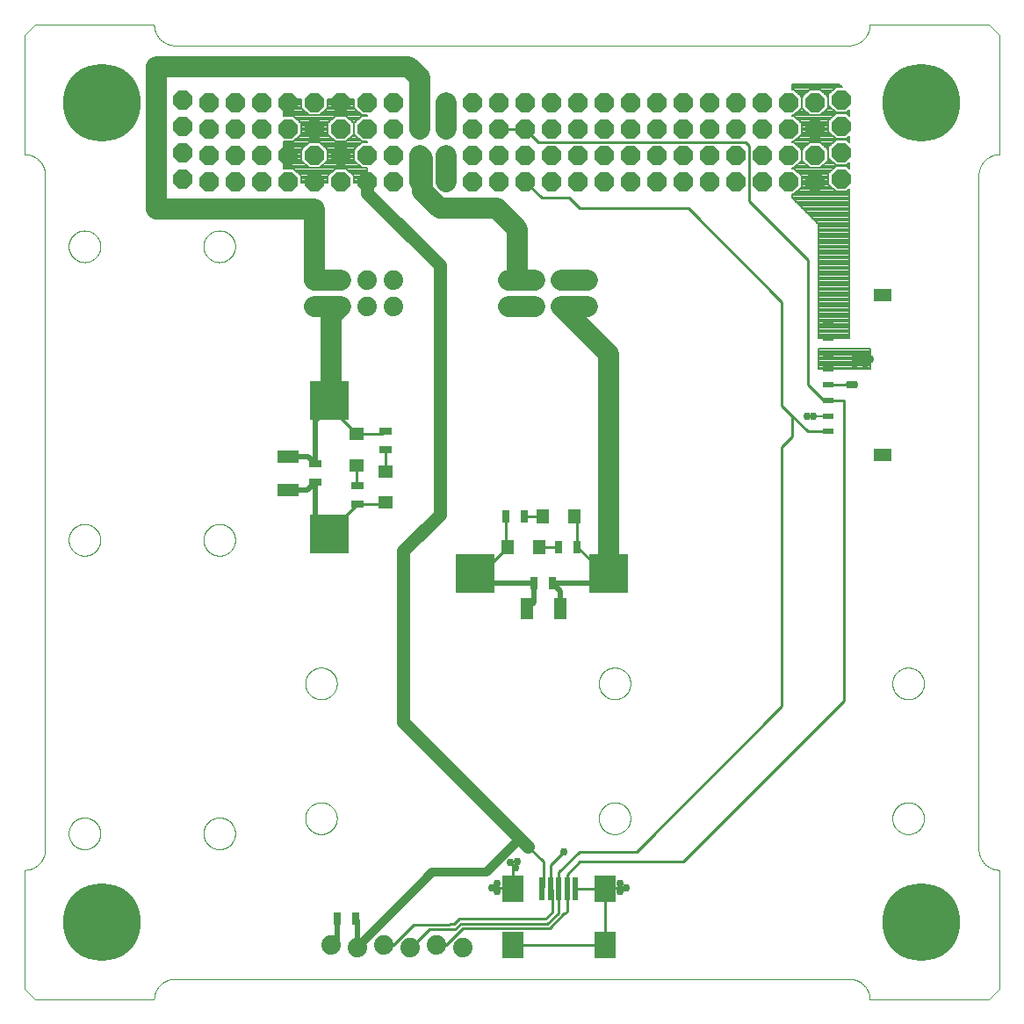
<source format=gtl>
G75*
%MOIN*%
%OFA0B0*%
%FSLAX25Y25*%
%IPPOS*%
%LPD*%
%AMOC8*
5,1,8,0,0,1.08239X$1,22.5*
%
%ADD10OC8,0.07400*%
%ADD11C,0.00000*%
%ADD12C,0.29528*%
%ADD13R,0.15000X0.15000*%
%ADD14C,0.07400*%
%ADD15R,0.03937X0.02362*%
%ADD16R,0.07087X0.04921*%
%ADD17R,0.01969X0.08858*%
%ADD18R,0.07874X0.09843*%
%ADD19R,0.03150X0.04724*%
%ADD20R,0.04724X0.07874*%
%ADD21R,0.07874X0.04724*%
%ADD22R,0.04724X0.03150*%
%ADD23R,0.04724X0.05512*%
%ADD24R,0.05512X0.04724*%
%ADD25C,0.08000*%
%ADD26C,0.07874*%
%ADD27C,0.02000*%
%ADD28C,0.01000*%
%ADD29C,0.00800*%
%ADD30C,0.02978*%
%ADD31C,0.05000*%
%ADD32C,0.03200*%
D10*
X0157904Y0398415D03*
X0147904Y0399415D03*
X0157904Y0408415D03*
X0147904Y0409415D03*
X0147904Y0419415D03*
X0157904Y0418415D03*
X0167904Y0418415D03*
X0177904Y0418415D03*
X0187904Y0418415D03*
X0197904Y0418415D03*
X0207904Y0418415D03*
X0217904Y0418415D03*
X0227904Y0418415D03*
X0237904Y0418415D03*
X0247904Y0418415D03*
X0257904Y0418415D03*
X0267904Y0418415D03*
X0277904Y0418415D03*
X0287904Y0418415D03*
X0297904Y0418415D03*
X0307904Y0418415D03*
X0317904Y0418415D03*
X0327904Y0418415D03*
X0337904Y0418415D03*
X0347904Y0418415D03*
X0357904Y0418415D03*
X0367904Y0418415D03*
X0377904Y0418415D03*
X0387904Y0418415D03*
X0397904Y0419415D03*
X0397904Y0409415D03*
X0387904Y0408415D03*
X0397904Y0399415D03*
X0387904Y0398415D03*
X0377904Y0398415D03*
X0377904Y0408415D03*
X0367904Y0408415D03*
X0367904Y0398415D03*
X0357904Y0398415D03*
X0357904Y0408415D03*
X0347904Y0408415D03*
X0347904Y0398415D03*
X0337904Y0398415D03*
X0327904Y0398415D03*
X0327904Y0408415D03*
X0337904Y0408415D03*
X0317904Y0408415D03*
X0317904Y0398415D03*
X0307904Y0398415D03*
X0307904Y0408415D03*
X0297904Y0408415D03*
X0297904Y0398415D03*
X0287904Y0398415D03*
X0287904Y0408415D03*
X0277904Y0408415D03*
X0267904Y0408415D03*
X0267904Y0398415D03*
X0277904Y0398415D03*
X0257904Y0398415D03*
X0257904Y0408415D03*
X0247904Y0408415D03*
X0247904Y0398415D03*
X0237904Y0398415D03*
X0237904Y0408415D03*
X0227904Y0408415D03*
X0227904Y0398415D03*
X0217904Y0398415D03*
X0207904Y0398415D03*
X0207904Y0408415D03*
X0217904Y0408415D03*
X0197904Y0408415D03*
X0197904Y0398415D03*
X0187904Y0398415D03*
X0187904Y0408415D03*
X0177904Y0408415D03*
X0177904Y0398415D03*
X0167904Y0398415D03*
X0167904Y0408415D03*
X0167904Y0428415D03*
X0177904Y0428415D03*
X0187904Y0428415D03*
X0197904Y0428415D03*
X0207904Y0428415D03*
X0217904Y0428415D03*
X0227904Y0428415D03*
X0237904Y0428415D03*
X0247904Y0428415D03*
X0257904Y0428415D03*
X0267904Y0428415D03*
X0277904Y0428415D03*
X0287904Y0428415D03*
X0297904Y0428415D03*
X0307904Y0428415D03*
X0317904Y0428415D03*
X0327904Y0428415D03*
X0337904Y0428415D03*
X0347904Y0428415D03*
X0357904Y0428415D03*
X0367904Y0428415D03*
X0377904Y0428415D03*
X0387904Y0428415D03*
X0397904Y0429415D03*
X0157904Y0428415D03*
X0147904Y0429415D03*
D11*
X0087864Y0091801D02*
X0091801Y0087864D01*
X0137077Y0087864D01*
X0137079Y0088054D01*
X0137086Y0088244D01*
X0137098Y0088434D01*
X0137114Y0088624D01*
X0137134Y0088813D01*
X0137160Y0089002D01*
X0137189Y0089190D01*
X0137224Y0089377D01*
X0137263Y0089563D01*
X0137306Y0089748D01*
X0137354Y0089933D01*
X0137406Y0090116D01*
X0137462Y0090297D01*
X0137523Y0090477D01*
X0137589Y0090656D01*
X0137658Y0090833D01*
X0137732Y0091009D01*
X0137810Y0091182D01*
X0137893Y0091354D01*
X0137979Y0091523D01*
X0138069Y0091691D01*
X0138164Y0091856D01*
X0138262Y0092019D01*
X0138365Y0092179D01*
X0138471Y0092337D01*
X0138581Y0092492D01*
X0138694Y0092645D01*
X0138812Y0092795D01*
X0138933Y0092941D01*
X0139057Y0093085D01*
X0139185Y0093226D01*
X0139316Y0093364D01*
X0139451Y0093499D01*
X0139589Y0093630D01*
X0139730Y0093758D01*
X0139874Y0093882D01*
X0140020Y0094003D01*
X0140170Y0094121D01*
X0140323Y0094234D01*
X0140478Y0094344D01*
X0140636Y0094450D01*
X0140796Y0094553D01*
X0140959Y0094651D01*
X0141124Y0094746D01*
X0141292Y0094836D01*
X0141461Y0094922D01*
X0141633Y0095005D01*
X0141806Y0095083D01*
X0141982Y0095157D01*
X0142159Y0095226D01*
X0142338Y0095292D01*
X0142518Y0095353D01*
X0142699Y0095409D01*
X0142882Y0095461D01*
X0143067Y0095509D01*
X0143252Y0095552D01*
X0143438Y0095591D01*
X0143625Y0095626D01*
X0143813Y0095655D01*
X0144002Y0095681D01*
X0144191Y0095701D01*
X0144381Y0095717D01*
X0144571Y0095729D01*
X0144761Y0095736D01*
X0144951Y0095738D01*
X0400856Y0095738D01*
X0401046Y0095736D01*
X0401236Y0095729D01*
X0401426Y0095717D01*
X0401616Y0095701D01*
X0401805Y0095681D01*
X0401994Y0095655D01*
X0402182Y0095626D01*
X0402369Y0095591D01*
X0402555Y0095552D01*
X0402740Y0095509D01*
X0402925Y0095461D01*
X0403108Y0095409D01*
X0403289Y0095353D01*
X0403469Y0095292D01*
X0403648Y0095226D01*
X0403825Y0095157D01*
X0404001Y0095083D01*
X0404174Y0095005D01*
X0404346Y0094922D01*
X0404515Y0094836D01*
X0404683Y0094746D01*
X0404848Y0094651D01*
X0405011Y0094553D01*
X0405171Y0094450D01*
X0405329Y0094344D01*
X0405484Y0094234D01*
X0405637Y0094121D01*
X0405787Y0094003D01*
X0405933Y0093882D01*
X0406077Y0093758D01*
X0406218Y0093630D01*
X0406356Y0093499D01*
X0406491Y0093364D01*
X0406622Y0093226D01*
X0406750Y0093085D01*
X0406874Y0092941D01*
X0406995Y0092795D01*
X0407113Y0092645D01*
X0407226Y0092492D01*
X0407336Y0092337D01*
X0407442Y0092179D01*
X0407545Y0092019D01*
X0407643Y0091856D01*
X0407738Y0091691D01*
X0407828Y0091523D01*
X0407914Y0091354D01*
X0407997Y0091182D01*
X0408075Y0091009D01*
X0408149Y0090833D01*
X0408218Y0090656D01*
X0408284Y0090477D01*
X0408345Y0090297D01*
X0408401Y0090116D01*
X0408453Y0089933D01*
X0408501Y0089748D01*
X0408544Y0089563D01*
X0408583Y0089377D01*
X0408618Y0089190D01*
X0408647Y0089002D01*
X0408673Y0088813D01*
X0408693Y0088624D01*
X0408709Y0088434D01*
X0408721Y0088244D01*
X0408728Y0088054D01*
X0408730Y0087864D01*
X0454006Y0087864D01*
X0457943Y0091801D01*
X0457943Y0137077D01*
X0457753Y0137079D01*
X0457563Y0137086D01*
X0457373Y0137098D01*
X0457183Y0137114D01*
X0456994Y0137134D01*
X0456805Y0137160D01*
X0456617Y0137189D01*
X0456430Y0137224D01*
X0456244Y0137263D01*
X0456059Y0137306D01*
X0455874Y0137354D01*
X0455691Y0137406D01*
X0455510Y0137462D01*
X0455330Y0137523D01*
X0455151Y0137589D01*
X0454974Y0137658D01*
X0454798Y0137732D01*
X0454625Y0137810D01*
X0454453Y0137893D01*
X0454284Y0137979D01*
X0454116Y0138069D01*
X0453951Y0138164D01*
X0453788Y0138262D01*
X0453628Y0138365D01*
X0453470Y0138471D01*
X0453315Y0138581D01*
X0453162Y0138694D01*
X0453012Y0138812D01*
X0452866Y0138933D01*
X0452722Y0139057D01*
X0452581Y0139185D01*
X0452443Y0139316D01*
X0452308Y0139451D01*
X0452177Y0139589D01*
X0452049Y0139730D01*
X0451925Y0139874D01*
X0451804Y0140020D01*
X0451686Y0140170D01*
X0451573Y0140323D01*
X0451463Y0140478D01*
X0451357Y0140636D01*
X0451254Y0140796D01*
X0451156Y0140959D01*
X0451061Y0141124D01*
X0450971Y0141292D01*
X0450885Y0141461D01*
X0450802Y0141633D01*
X0450724Y0141806D01*
X0450650Y0141982D01*
X0450581Y0142159D01*
X0450515Y0142338D01*
X0450454Y0142518D01*
X0450398Y0142699D01*
X0450346Y0142882D01*
X0450298Y0143067D01*
X0450255Y0143252D01*
X0450216Y0143438D01*
X0450181Y0143625D01*
X0450152Y0143813D01*
X0450126Y0144002D01*
X0450106Y0144191D01*
X0450090Y0144381D01*
X0450078Y0144571D01*
X0450071Y0144761D01*
X0450069Y0144951D01*
X0450069Y0400856D01*
X0450071Y0401046D01*
X0450078Y0401236D01*
X0450090Y0401426D01*
X0450106Y0401616D01*
X0450126Y0401805D01*
X0450152Y0401994D01*
X0450181Y0402182D01*
X0450216Y0402369D01*
X0450255Y0402555D01*
X0450298Y0402740D01*
X0450346Y0402925D01*
X0450398Y0403108D01*
X0450454Y0403289D01*
X0450515Y0403469D01*
X0450581Y0403648D01*
X0450650Y0403825D01*
X0450724Y0404001D01*
X0450802Y0404174D01*
X0450885Y0404346D01*
X0450971Y0404515D01*
X0451061Y0404683D01*
X0451156Y0404848D01*
X0451254Y0405011D01*
X0451357Y0405171D01*
X0451463Y0405329D01*
X0451573Y0405484D01*
X0451686Y0405637D01*
X0451804Y0405787D01*
X0451925Y0405933D01*
X0452049Y0406077D01*
X0452177Y0406218D01*
X0452308Y0406356D01*
X0452443Y0406491D01*
X0452581Y0406622D01*
X0452722Y0406750D01*
X0452866Y0406874D01*
X0453012Y0406995D01*
X0453162Y0407113D01*
X0453315Y0407226D01*
X0453470Y0407336D01*
X0453628Y0407442D01*
X0453788Y0407545D01*
X0453951Y0407643D01*
X0454116Y0407738D01*
X0454284Y0407828D01*
X0454453Y0407914D01*
X0454625Y0407997D01*
X0454798Y0408075D01*
X0454974Y0408149D01*
X0455151Y0408218D01*
X0455330Y0408284D01*
X0455510Y0408345D01*
X0455691Y0408401D01*
X0455874Y0408453D01*
X0456059Y0408501D01*
X0456244Y0408544D01*
X0456430Y0408583D01*
X0456617Y0408618D01*
X0456805Y0408647D01*
X0456994Y0408673D01*
X0457183Y0408693D01*
X0457373Y0408709D01*
X0457563Y0408721D01*
X0457753Y0408728D01*
X0457943Y0408730D01*
X0457943Y0454006D01*
X0454006Y0457943D01*
X0408730Y0457943D01*
X0408728Y0457753D01*
X0408721Y0457563D01*
X0408709Y0457373D01*
X0408693Y0457183D01*
X0408673Y0456994D01*
X0408647Y0456805D01*
X0408618Y0456617D01*
X0408583Y0456430D01*
X0408544Y0456244D01*
X0408501Y0456059D01*
X0408453Y0455874D01*
X0408401Y0455691D01*
X0408345Y0455510D01*
X0408284Y0455330D01*
X0408218Y0455151D01*
X0408149Y0454974D01*
X0408075Y0454798D01*
X0407997Y0454625D01*
X0407914Y0454453D01*
X0407828Y0454284D01*
X0407738Y0454116D01*
X0407643Y0453951D01*
X0407545Y0453788D01*
X0407442Y0453628D01*
X0407336Y0453470D01*
X0407226Y0453315D01*
X0407113Y0453162D01*
X0406995Y0453012D01*
X0406874Y0452866D01*
X0406750Y0452722D01*
X0406622Y0452581D01*
X0406491Y0452443D01*
X0406356Y0452308D01*
X0406218Y0452177D01*
X0406077Y0452049D01*
X0405933Y0451925D01*
X0405787Y0451804D01*
X0405637Y0451686D01*
X0405484Y0451573D01*
X0405329Y0451463D01*
X0405171Y0451357D01*
X0405011Y0451254D01*
X0404848Y0451156D01*
X0404683Y0451061D01*
X0404515Y0450971D01*
X0404346Y0450885D01*
X0404174Y0450802D01*
X0404001Y0450724D01*
X0403825Y0450650D01*
X0403648Y0450581D01*
X0403469Y0450515D01*
X0403289Y0450454D01*
X0403108Y0450398D01*
X0402925Y0450346D01*
X0402740Y0450298D01*
X0402555Y0450255D01*
X0402369Y0450216D01*
X0402182Y0450181D01*
X0401994Y0450152D01*
X0401805Y0450126D01*
X0401616Y0450106D01*
X0401426Y0450090D01*
X0401236Y0450078D01*
X0401046Y0450071D01*
X0400856Y0450069D01*
X0144951Y0450069D01*
X0144761Y0450071D01*
X0144571Y0450078D01*
X0144381Y0450090D01*
X0144191Y0450106D01*
X0144002Y0450126D01*
X0143813Y0450152D01*
X0143625Y0450181D01*
X0143438Y0450216D01*
X0143252Y0450255D01*
X0143067Y0450298D01*
X0142882Y0450346D01*
X0142699Y0450398D01*
X0142518Y0450454D01*
X0142338Y0450515D01*
X0142159Y0450581D01*
X0141982Y0450650D01*
X0141806Y0450724D01*
X0141633Y0450802D01*
X0141461Y0450885D01*
X0141292Y0450971D01*
X0141124Y0451061D01*
X0140959Y0451156D01*
X0140796Y0451254D01*
X0140636Y0451357D01*
X0140478Y0451463D01*
X0140323Y0451573D01*
X0140170Y0451686D01*
X0140020Y0451804D01*
X0139874Y0451925D01*
X0139730Y0452049D01*
X0139589Y0452177D01*
X0139451Y0452308D01*
X0139316Y0452443D01*
X0139185Y0452581D01*
X0139057Y0452722D01*
X0138933Y0452866D01*
X0138812Y0453012D01*
X0138694Y0453162D01*
X0138581Y0453315D01*
X0138471Y0453470D01*
X0138365Y0453628D01*
X0138262Y0453788D01*
X0138164Y0453951D01*
X0138069Y0454116D01*
X0137979Y0454284D01*
X0137893Y0454453D01*
X0137810Y0454625D01*
X0137732Y0454798D01*
X0137658Y0454974D01*
X0137589Y0455151D01*
X0137523Y0455330D01*
X0137462Y0455510D01*
X0137406Y0455691D01*
X0137354Y0455874D01*
X0137306Y0456059D01*
X0137263Y0456244D01*
X0137224Y0456430D01*
X0137189Y0456617D01*
X0137160Y0456805D01*
X0137134Y0456994D01*
X0137114Y0457183D01*
X0137098Y0457373D01*
X0137086Y0457563D01*
X0137079Y0457753D01*
X0137077Y0457943D01*
X0091801Y0457943D01*
X0087864Y0454006D01*
X0087864Y0408730D01*
X0088054Y0408728D01*
X0088244Y0408721D01*
X0088434Y0408709D01*
X0088624Y0408693D01*
X0088813Y0408673D01*
X0089002Y0408647D01*
X0089190Y0408618D01*
X0089377Y0408583D01*
X0089563Y0408544D01*
X0089748Y0408501D01*
X0089933Y0408453D01*
X0090116Y0408401D01*
X0090297Y0408345D01*
X0090477Y0408284D01*
X0090656Y0408218D01*
X0090833Y0408149D01*
X0091009Y0408075D01*
X0091182Y0407997D01*
X0091354Y0407914D01*
X0091523Y0407828D01*
X0091691Y0407738D01*
X0091856Y0407643D01*
X0092019Y0407545D01*
X0092179Y0407442D01*
X0092337Y0407336D01*
X0092492Y0407226D01*
X0092645Y0407113D01*
X0092795Y0406995D01*
X0092941Y0406874D01*
X0093085Y0406750D01*
X0093226Y0406622D01*
X0093364Y0406491D01*
X0093499Y0406356D01*
X0093630Y0406218D01*
X0093758Y0406077D01*
X0093882Y0405933D01*
X0094003Y0405787D01*
X0094121Y0405637D01*
X0094234Y0405484D01*
X0094344Y0405329D01*
X0094450Y0405171D01*
X0094553Y0405011D01*
X0094651Y0404848D01*
X0094746Y0404683D01*
X0094836Y0404515D01*
X0094922Y0404346D01*
X0095005Y0404174D01*
X0095083Y0404001D01*
X0095157Y0403825D01*
X0095226Y0403648D01*
X0095292Y0403469D01*
X0095353Y0403289D01*
X0095409Y0403108D01*
X0095461Y0402925D01*
X0095509Y0402740D01*
X0095552Y0402555D01*
X0095591Y0402369D01*
X0095626Y0402182D01*
X0095655Y0401994D01*
X0095681Y0401805D01*
X0095701Y0401616D01*
X0095717Y0401426D01*
X0095729Y0401236D01*
X0095736Y0401046D01*
X0095738Y0400856D01*
X0095738Y0144951D01*
X0095736Y0144761D01*
X0095729Y0144571D01*
X0095717Y0144381D01*
X0095701Y0144191D01*
X0095681Y0144002D01*
X0095655Y0143813D01*
X0095626Y0143625D01*
X0095591Y0143438D01*
X0095552Y0143252D01*
X0095509Y0143067D01*
X0095461Y0142882D01*
X0095409Y0142699D01*
X0095353Y0142518D01*
X0095292Y0142338D01*
X0095226Y0142159D01*
X0095157Y0141982D01*
X0095083Y0141806D01*
X0095005Y0141633D01*
X0094922Y0141461D01*
X0094836Y0141292D01*
X0094746Y0141124D01*
X0094651Y0140959D01*
X0094553Y0140796D01*
X0094450Y0140636D01*
X0094344Y0140478D01*
X0094234Y0140323D01*
X0094121Y0140170D01*
X0094003Y0140020D01*
X0093882Y0139874D01*
X0093758Y0139730D01*
X0093630Y0139589D01*
X0093499Y0139451D01*
X0093364Y0139316D01*
X0093226Y0139185D01*
X0093085Y0139057D01*
X0092941Y0138933D01*
X0092795Y0138812D01*
X0092645Y0138694D01*
X0092492Y0138581D01*
X0092337Y0138471D01*
X0092179Y0138365D01*
X0092019Y0138262D01*
X0091856Y0138164D01*
X0091691Y0138069D01*
X0091523Y0137979D01*
X0091354Y0137893D01*
X0091182Y0137810D01*
X0091009Y0137732D01*
X0090833Y0137658D01*
X0090656Y0137589D01*
X0090477Y0137523D01*
X0090297Y0137462D01*
X0090116Y0137406D01*
X0089933Y0137354D01*
X0089748Y0137306D01*
X0089563Y0137263D01*
X0089377Y0137224D01*
X0089190Y0137189D01*
X0089002Y0137160D01*
X0088813Y0137134D01*
X0088624Y0137114D01*
X0088434Y0137098D01*
X0088244Y0137086D01*
X0088054Y0137079D01*
X0087864Y0137077D01*
X0087864Y0091801D01*
X0104679Y0150939D02*
X0104681Y0151094D01*
X0104687Y0151248D01*
X0104697Y0151402D01*
X0104711Y0151556D01*
X0104729Y0151710D01*
X0104751Y0151863D01*
X0104776Y0152015D01*
X0104806Y0152167D01*
X0104840Y0152318D01*
X0104877Y0152468D01*
X0104918Y0152617D01*
X0104963Y0152765D01*
X0105012Y0152912D01*
X0105065Y0153057D01*
X0105121Y0153201D01*
X0105181Y0153343D01*
X0105245Y0153484D01*
X0105312Y0153623D01*
X0105383Y0153761D01*
X0105458Y0153896D01*
X0105536Y0154030D01*
X0105617Y0154161D01*
X0105702Y0154291D01*
X0105790Y0154418D01*
X0105881Y0154543D01*
X0105975Y0154665D01*
X0106073Y0154785D01*
X0106173Y0154903D01*
X0106277Y0155017D01*
X0106383Y0155129D01*
X0106493Y0155239D01*
X0106605Y0155345D01*
X0106719Y0155449D01*
X0106837Y0155549D01*
X0106957Y0155647D01*
X0107079Y0155741D01*
X0107204Y0155832D01*
X0107331Y0155920D01*
X0107461Y0156005D01*
X0107592Y0156086D01*
X0107726Y0156164D01*
X0107861Y0156239D01*
X0107999Y0156310D01*
X0108138Y0156377D01*
X0108279Y0156441D01*
X0108421Y0156501D01*
X0108565Y0156557D01*
X0108710Y0156610D01*
X0108857Y0156659D01*
X0109005Y0156704D01*
X0109154Y0156745D01*
X0109304Y0156782D01*
X0109455Y0156816D01*
X0109607Y0156846D01*
X0109759Y0156871D01*
X0109912Y0156893D01*
X0110066Y0156911D01*
X0110220Y0156925D01*
X0110374Y0156935D01*
X0110528Y0156941D01*
X0110683Y0156943D01*
X0110838Y0156941D01*
X0110992Y0156935D01*
X0111146Y0156925D01*
X0111300Y0156911D01*
X0111454Y0156893D01*
X0111607Y0156871D01*
X0111759Y0156846D01*
X0111911Y0156816D01*
X0112062Y0156782D01*
X0112212Y0156745D01*
X0112361Y0156704D01*
X0112509Y0156659D01*
X0112656Y0156610D01*
X0112801Y0156557D01*
X0112945Y0156501D01*
X0113087Y0156441D01*
X0113228Y0156377D01*
X0113367Y0156310D01*
X0113505Y0156239D01*
X0113640Y0156164D01*
X0113774Y0156086D01*
X0113905Y0156005D01*
X0114035Y0155920D01*
X0114162Y0155832D01*
X0114287Y0155741D01*
X0114409Y0155647D01*
X0114529Y0155549D01*
X0114647Y0155449D01*
X0114761Y0155345D01*
X0114873Y0155239D01*
X0114983Y0155129D01*
X0115089Y0155017D01*
X0115193Y0154903D01*
X0115293Y0154785D01*
X0115391Y0154665D01*
X0115485Y0154543D01*
X0115576Y0154418D01*
X0115664Y0154291D01*
X0115749Y0154161D01*
X0115830Y0154030D01*
X0115908Y0153896D01*
X0115983Y0153761D01*
X0116054Y0153623D01*
X0116121Y0153484D01*
X0116185Y0153343D01*
X0116245Y0153201D01*
X0116301Y0153057D01*
X0116354Y0152912D01*
X0116403Y0152765D01*
X0116448Y0152617D01*
X0116489Y0152468D01*
X0116526Y0152318D01*
X0116560Y0152167D01*
X0116590Y0152015D01*
X0116615Y0151863D01*
X0116637Y0151710D01*
X0116655Y0151556D01*
X0116669Y0151402D01*
X0116679Y0151248D01*
X0116685Y0151094D01*
X0116687Y0150939D01*
X0116685Y0150784D01*
X0116679Y0150630D01*
X0116669Y0150476D01*
X0116655Y0150322D01*
X0116637Y0150168D01*
X0116615Y0150015D01*
X0116590Y0149863D01*
X0116560Y0149711D01*
X0116526Y0149560D01*
X0116489Y0149410D01*
X0116448Y0149261D01*
X0116403Y0149113D01*
X0116354Y0148966D01*
X0116301Y0148821D01*
X0116245Y0148677D01*
X0116185Y0148535D01*
X0116121Y0148394D01*
X0116054Y0148255D01*
X0115983Y0148117D01*
X0115908Y0147982D01*
X0115830Y0147848D01*
X0115749Y0147717D01*
X0115664Y0147587D01*
X0115576Y0147460D01*
X0115485Y0147335D01*
X0115391Y0147213D01*
X0115293Y0147093D01*
X0115193Y0146975D01*
X0115089Y0146861D01*
X0114983Y0146749D01*
X0114873Y0146639D01*
X0114761Y0146533D01*
X0114647Y0146429D01*
X0114529Y0146329D01*
X0114409Y0146231D01*
X0114287Y0146137D01*
X0114162Y0146046D01*
X0114035Y0145958D01*
X0113905Y0145873D01*
X0113774Y0145792D01*
X0113640Y0145714D01*
X0113505Y0145639D01*
X0113367Y0145568D01*
X0113228Y0145501D01*
X0113087Y0145437D01*
X0112945Y0145377D01*
X0112801Y0145321D01*
X0112656Y0145268D01*
X0112509Y0145219D01*
X0112361Y0145174D01*
X0112212Y0145133D01*
X0112062Y0145096D01*
X0111911Y0145062D01*
X0111759Y0145032D01*
X0111607Y0145007D01*
X0111454Y0144985D01*
X0111300Y0144967D01*
X0111146Y0144953D01*
X0110992Y0144943D01*
X0110838Y0144937D01*
X0110683Y0144935D01*
X0110528Y0144937D01*
X0110374Y0144943D01*
X0110220Y0144953D01*
X0110066Y0144967D01*
X0109912Y0144985D01*
X0109759Y0145007D01*
X0109607Y0145032D01*
X0109455Y0145062D01*
X0109304Y0145096D01*
X0109154Y0145133D01*
X0109005Y0145174D01*
X0108857Y0145219D01*
X0108710Y0145268D01*
X0108565Y0145321D01*
X0108421Y0145377D01*
X0108279Y0145437D01*
X0108138Y0145501D01*
X0107999Y0145568D01*
X0107861Y0145639D01*
X0107726Y0145714D01*
X0107592Y0145792D01*
X0107461Y0145873D01*
X0107331Y0145958D01*
X0107204Y0146046D01*
X0107079Y0146137D01*
X0106957Y0146231D01*
X0106837Y0146329D01*
X0106719Y0146429D01*
X0106605Y0146533D01*
X0106493Y0146639D01*
X0106383Y0146749D01*
X0106277Y0146861D01*
X0106173Y0146975D01*
X0106073Y0147093D01*
X0105975Y0147213D01*
X0105881Y0147335D01*
X0105790Y0147460D01*
X0105702Y0147587D01*
X0105617Y0147717D01*
X0105536Y0147848D01*
X0105458Y0147982D01*
X0105383Y0148117D01*
X0105312Y0148255D01*
X0105245Y0148394D01*
X0105181Y0148535D01*
X0105121Y0148677D01*
X0105065Y0148821D01*
X0105012Y0148966D01*
X0104963Y0149113D01*
X0104918Y0149261D01*
X0104877Y0149410D01*
X0104840Y0149560D01*
X0104806Y0149711D01*
X0104776Y0149863D01*
X0104751Y0150015D01*
X0104729Y0150168D01*
X0104711Y0150322D01*
X0104697Y0150476D01*
X0104687Y0150630D01*
X0104681Y0150784D01*
X0104679Y0150939D01*
X0155860Y0150939D02*
X0155862Y0151094D01*
X0155868Y0151248D01*
X0155878Y0151402D01*
X0155892Y0151556D01*
X0155910Y0151710D01*
X0155932Y0151863D01*
X0155957Y0152015D01*
X0155987Y0152167D01*
X0156021Y0152318D01*
X0156058Y0152468D01*
X0156099Y0152617D01*
X0156144Y0152765D01*
X0156193Y0152912D01*
X0156246Y0153057D01*
X0156302Y0153201D01*
X0156362Y0153343D01*
X0156426Y0153484D01*
X0156493Y0153623D01*
X0156564Y0153761D01*
X0156639Y0153896D01*
X0156717Y0154030D01*
X0156798Y0154161D01*
X0156883Y0154291D01*
X0156971Y0154418D01*
X0157062Y0154543D01*
X0157156Y0154665D01*
X0157254Y0154785D01*
X0157354Y0154903D01*
X0157458Y0155017D01*
X0157564Y0155129D01*
X0157674Y0155239D01*
X0157786Y0155345D01*
X0157900Y0155449D01*
X0158018Y0155549D01*
X0158138Y0155647D01*
X0158260Y0155741D01*
X0158385Y0155832D01*
X0158512Y0155920D01*
X0158642Y0156005D01*
X0158773Y0156086D01*
X0158907Y0156164D01*
X0159042Y0156239D01*
X0159180Y0156310D01*
X0159319Y0156377D01*
X0159460Y0156441D01*
X0159602Y0156501D01*
X0159746Y0156557D01*
X0159891Y0156610D01*
X0160038Y0156659D01*
X0160186Y0156704D01*
X0160335Y0156745D01*
X0160485Y0156782D01*
X0160636Y0156816D01*
X0160788Y0156846D01*
X0160940Y0156871D01*
X0161093Y0156893D01*
X0161247Y0156911D01*
X0161401Y0156925D01*
X0161555Y0156935D01*
X0161709Y0156941D01*
X0161864Y0156943D01*
X0162019Y0156941D01*
X0162173Y0156935D01*
X0162327Y0156925D01*
X0162481Y0156911D01*
X0162635Y0156893D01*
X0162788Y0156871D01*
X0162940Y0156846D01*
X0163092Y0156816D01*
X0163243Y0156782D01*
X0163393Y0156745D01*
X0163542Y0156704D01*
X0163690Y0156659D01*
X0163837Y0156610D01*
X0163982Y0156557D01*
X0164126Y0156501D01*
X0164268Y0156441D01*
X0164409Y0156377D01*
X0164548Y0156310D01*
X0164686Y0156239D01*
X0164821Y0156164D01*
X0164955Y0156086D01*
X0165086Y0156005D01*
X0165216Y0155920D01*
X0165343Y0155832D01*
X0165468Y0155741D01*
X0165590Y0155647D01*
X0165710Y0155549D01*
X0165828Y0155449D01*
X0165942Y0155345D01*
X0166054Y0155239D01*
X0166164Y0155129D01*
X0166270Y0155017D01*
X0166374Y0154903D01*
X0166474Y0154785D01*
X0166572Y0154665D01*
X0166666Y0154543D01*
X0166757Y0154418D01*
X0166845Y0154291D01*
X0166930Y0154161D01*
X0167011Y0154030D01*
X0167089Y0153896D01*
X0167164Y0153761D01*
X0167235Y0153623D01*
X0167302Y0153484D01*
X0167366Y0153343D01*
X0167426Y0153201D01*
X0167482Y0153057D01*
X0167535Y0152912D01*
X0167584Y0152765D01*
X0167629Y0152617D01*
X0167670Y0152468D01*
X0167707Y0152318D01*
X0167741Y0152167D01*
X0167771Y0152015D01*
X0167796Y0151863D01*
X0167818Y0151710D01*
X0167836Y0151556D01*
X0167850Y0151402D01*
X0167860Y0151248D01*
X0167866Y0151094D01*
X0167868Y0150939D01*
X0167866Y0150784D01*
X0167860Y0150630D01*
X0167850Y0150476D01*
X0167836Y0150322D01*
X0167818Y0150168D01*
X0167796Y0150015D01*
X0167771Y0149863D01*
X0167741Y0149711D01*
X0167707Y0149560D01*
X0167670Y0149410D01*
X0167629Y0149261D01*
X0167584Y0149113D01*
X0167535Y0148966D01*
X0167482Y0148821D01*
X0167426Y0148677D01*
X0167366Y0148535D01*
X0167302Y0148394D01*
X0167235Y0148255D01*
X0167164Y0148117D01*
X0167089Y0147982D01*
X0167011Y0147848D01*
X0166930Y0147717D01*
X0166845Y0147587D01*
X0166757Y0147460D01*
X0166666Y0147335D01*
X0166572Y0147213D01*
X0166474Y0147093D01*
X0166374Y0146975D01*
X0166270Y0146861D01*
X0166164Y0146749D01*
X0166054Y0146639D01*
X0165942Y0146533D01*
X0165828Y0146429D01*
X0165710Y0146329D01*
X0165590Y0146231D01*
X0165468Y0146137D01*
X0165343Y0146046D01*
X0165216Y0145958D01*
X0165086Y0145873D01*
X0164955Y0145792D01*
X0164821Y0145714D01*
X0164686Y0145639D01*
X0164548Y0145568D01*
X0164409Y0145501D01*
X0164268Y0145437D01*
X0164126Y0145377D01*
X0163982Y0145321D01*
X0163837Y0145268D01*
X0163690Y0145219D01*
X0163542Y0145174D01*
X0163393Y0145133D01*
X0163243Y0145096D01*
X0163092Y0145062D01*
X0162940Y0145032D01*
X0162788Y0145007D01*
X0162635Y0144985D01*
X0162481Y0144967D01*
X0162327Y0144953D01*
X0162173Y0144943D01*
X0162019Y0144937D01*
X0161864Y0144935D01*
X0161709Y0144937D01*
X0161555Y0144943D01*
X0161401Y0144953D01*
X0161247Y0144967D01*
X0161093Y0144985D01*
X0160940Y0145007D01*
X0160788Y0145032D01*
X0160636Y0145062D01*
X0160485Y0145096D01*
X0160335Y0145133D01*
X0160186Y0145174D01*
X0160038Y0145219D01*
X0159891Y0145268D01*
X0159746Y0145321D01*
X0159602Y0145377D01*
X0159460Y0145437D01*
X0159319Y0145501D01*
X0159180Y0145568D01*
X0159042Y0145639D01*
X0158907Y0145714D01*
X0158773Y0145792D01*
X0158642Y0145873D01*
X0158512Y0145958D01*
X0158385Y0146046D01*
X0158260Y0146137D01*
X0158138Y0146231D01*
X0158018Y0146329D01*
X0157900Y0146429D01*
X0157786Y0146533D01*
X0157674Y0146639D01*
X0157564Y0146749D01*
X0157458Y0146861D01*
X0157354Y0146975D01*
X0157254Y0147093D01*
X0157156Y0147213D01*
X0157062Y0147335D01*
X0156971Y0147460D01*
X0156883Y0147587D01*
X0156798Y0147717D01*
X0156717Y0147848D01*
X0156639Y0147982D01*
X0156564Y0148117D01*
X0156493Y0148255D01*
X0156426Y0148394D01*
X0156362Y0148535D01*
X0156302Y0148677D01*
X0156246Y0148821D01*
X0156193Y0148966D01*
X0156144Y0149113D01*
X0156099Y0149261D01*
X0156058Y0149410D01*
X0156021Y0149560D01*
X0155987Y0149711D01*
X0155957Y0149863D01*
X0155932Y0150015D01*
X0155910Y0150168D01*
X0155892Y0150322D01*
X0155878Y0150476D01*
X0155868Y0150630D01*
X0155862Y0150784D01*
X0155860Y0150939D01*
X0194466Y0156683D02*
X0194468Y0156838D01*
X0194474Y0156992D01*
X0194484Y0157146D01*
X0194498Y0157300D01*
X0194516Y0157454D01*
X0194538Y0157607D01*
X0194563Y0157759D01*
X0194593Y0157911D01*
X0194627Y0158062D01*
X0194664Y0158212D01*
X0194705Y0158361D01*
X0194750Y0158509D01*
X0194799Y0158656D01*
X0194852Y0158801D01*
X0194908Y0158945D01*
X0194968Y0159087D01*
X0195032Y0159228D01*
X0195099Y0159367D01*
X0195170Y0159505D01*
X0195245Y0159640D01*
X0195323Y0159774D01*
X0195404Y0159905D01*
X0195489Y0160035D01*
X0195577Y0160162D01*
X0195668Y0160287D01*
X0195762Y0160409D01*
X0195860Y0160529D01*
X0195960Y0160647D01*
X0196064Y0160761D01*
X0196170Y0160873D01*
X0196280Y0160983D01*
X0196392Y0161089D01*
X0196506Y0161193D01*
X0196624Y0161293D01*
X0196744Y0161391D01*
X0196866Y0161485D01*
X0196991Y0161576D01*
X0197118Y0161664D01*
X0197248Y0161749D01*
X0197379Y0161830D01*
X0197513Y0161908D01*
X0197648Y0161983D01*
X0197786Y0162054D01*
X0197925Y0162121D01*
X0198066Y0162185D01*
X0198208Y0162245D01*
X0198352Y0162301D01*
X0198497Y0162354D01*
X0198644Y0162403D01*
X0198792Y0162448D01*
X0198941Y0162489D01*
X0199091Y0162526D01*
X0199242Y0162560D01*
X0199394Y0162590D01*
X0199546Y0162615D01*
X0199699Y0162637D01*
X0199853Y0162655D01*
X0200007Y0162669D01*
X0200161Y0162679D01*
X0200315Y0162685D01*
X0200470Y0162687D01*
X0200625Y0162685D01*
X0200779Y0162679D01*
X0200933Y0162669D01*
X0201087Y0162655D01*
X0201241Y0162637D01*
X0201394Y0162615D01*
X0201546Y0162590D01*
X0201698Y0162560D01*
X0201849Y0162526D01*
X0201999Y0162489D01*
X0202148Y0162448D01*
X0202296Y0162403D01*
X0202443Y0162354D01*
X0202588Y0162301D01*
X0202732Y0162245D01*
X0202874Y0162185D01*
X0203015Y0162121D01*
X0203154Y0162054D01*
X0203292Y0161983D01*
X0203427Y0161908D01*
X0203561Y0161830D01*
X0203692Y0161749D01*
X0203822Y0161664D01*
X0203949Y0161576D01*
X0204074Y0161485D01*
X0204196Y0161391D01*
X0204316Y0161293D01*
X0204434Y0161193D01*
X0204548Y0161089D01*
X0204660Y0160983D01*
X0204770Y0160873D01*
X0204876Y0160761D01*
X0204980Y0160647D01*
X0205080Y0160529D01*
X0205178Y0160409D01*
X0205272Y0160287D01*
X0205363Y0160162D01*
X0205451Y0160035D01*
X0205536Y0159905D01*
X0205617Y0159774D01*
X0205695Y0159640D01*
X0205770Y0159505D01*
X0205841Y0159367D01*
X0205908Y0159228D01*
X0205972Y0159087D01*
X0206032Y0158945D01*
X0206088Y0158801D01*
X0206141Y0158656D01*
X0206190Y0158509D01*
X0206235Y0158361D01*
X0206276Y0158212D01*
X0206313Y0158062D01*
X0206347Y0157911D01*
X0206377Y0157759D01*
X0206402Y0157607D01*
X0206424Y0157454D01*
X0206442Y0157300D01*
X0206456Y0157146D01*
X0206466Y0156992D01*
X0206472Y0156838D01*
X0206474Y0156683D01*
X0206472Y0156528D01*
X0206466Y0156374D01*
X0206456Y0156220D01*
X0206442Y0156066D01*
X0206424Y0155912D01*
X0206402Y0155759D01*
X0206377Y0155607D01*
X0206347Y0155455D01*
X0206313Y0155304D01*
X0206276Y0155154D01*
X0206235Y0155005D01*
X0206190Y0154857D01*
X0206141Y0154710D01*
X0206088Y0154565D01*
X0206032Y0154421D01*
X0205972Y0154279D01*
X0205908Y0154138D01*
X0205841Y0153999D01*
X0205770Y0153861D01*
X0205695Y0153726D01*
X0205617Y0153592D01*
X0205536Y0153461D01*
X0205451Y0153331D01*
X0205363Y0153204D01*
X0205272Y0153079D01*
X0205178Y0152957D01*
X0205080Y0152837D01*
X0204980Y0152719D01*
X0204876Y0152605D01*
X0204770Y0152493D01*
X0204660Y0152383D01*
X0204548Y0152277D01*
X0204434Y0152173D01*
X0204316Y0152073D01*
X0204196Y0151975D01*
X0204074Y0151881D01*
X0203949Y0151790D01*
X0203822Y0151702D01*
X0203692Y0151617D01*
X0203561Y0151536D01*
X0203427Y0151458D01*
X0203292Y0151383D01*
X0203154Y0151312D01*
X0203015Y0151245D01*
X0202874Y0151181D01*
X0202732Y0151121D01*
X0202588Y0151065D01*
X0202443Y0151012D01*
X0202296Y0150963D01*
X0202148Y0150918D01*
X0201999Y0150877D01*
X0201849Y0150840D01*
X0201698Y0150806D01*
X0201546Y0150776D01*
X0201394Y0150751D01*
X0201241Y0150729D01*
X0201087Y0150711D01*
X0200933Y0150697D01*
X0200779Y0150687D01*
X0200625Y0150681D01*
X0200470Y0150679D01*
X0200315Y0150681D01*
X0200161Y0150687D01*
X0200007Y0150697D01*
X0199853Y0150711D01*
X0199699Y0150729D01*
X0199546Y0150751D01*
X0199394Y0150776D01*
X0199242Y0150806D01*
X0199091Y0150840D01*
X0198941Y0150877D01*
X0198792Y0150918D01*
X0198644Y0150963D01*
X0198497Y0151012D01*
X0198352Y0151065D01*
X0198208Y0151121D01*
X0198066Y0151181D01*
X0197925Y0151245D01*
X0197786Y0151312D01*
X0197648Y0151383D01*
X0197513Y0151458D01*
X0197379Y0151536D01*
X0197248Y0151617D01*
X0197118Y0151702D01*
X0196991Y0151790D01*
X0196866Y0151881D01*
X0196744Y0151975D01*
X0196624Y0152073D01*
X0196506Y0152173D01*
X0196392Y0152277D01*
X0196280Y0152383D01*
X0196170Y0152493D01*
X0196064Y0152605D01*
X0195960Y0152719D01*
X0195860Y0152837D01*
X0195762Y0152957D01*
X0195668Y0153079D01*
X0195577Y0153204D01*
X0195489Y0153331D01*
X0195404Y0153461D01*
X0195323Y0153592D01*
X0195245Y0153726D01*
X0195170Y0153861D01*
X0195099Y0153999D01*
X0195032Y0154138D01*
X0194968Y0154279D01*
X0194908Y0154421D01*
X0194852Y0154565D01*
X0194799Y0154710D01*
X0194750Y0154857D01*
X0194705Y0155005D01*
X0194664Y0155154D01*
X0194627Y0155304D01*
X0194593Y0155455D01*
X0194563Y0155607D01*
X0194538Y0155759D01*
X0194516Y0155912D01*
X0194498Y0156066D01*
X0194484Y0156220D01*
X0194474Y0156374D01*
X0194468Y0156528D01*
X0194466Y0156683D01*
X0194466Y0207864D02*
X0194468Y0208019D01*
X0194474Y0208173D01*
X0194484Y0208327D01*
X0194498Y0208481D01*
X0194516Y0208635D01*
X0194538Y0208788D01*
X0194563Y0208940D01*
X0194593Y0209092D01*
X0194627Y0209243D01*
X0194664Y0209393D01*
X0194705Y0209542D01*
X0194750Y0209690D01*
X0194799Y0209837D01*
X0194852Y0209982D01*
X0194908Y0210126D01*
X0194968Y0210268D01*
X0195032Y0210409D01*
X0195099Y0210548D01*
X0195170Y0210686D01*
X0195245Y0210821D01*
X0195323Y0210955D01*
X0195404Y0211086D01*
X0195489Y0211216D01*
X0195577Y0211343D01*
X0195668Y0211468D01*
X0195762Y0211590D01*
X0195860Y0211710D01*
X0195960Y0211828D01*
X0196064Y0211942D01*
X0196170Y0212054D01*
X0196280Y0212164D01*
X0196392Y0212270D01*
X0196506Y0212374D01*
X0196624Y0212474D01*
X0196744Y0212572D01*
X0196866Y0212666D01*
X0196991Y0212757D01*
X0197118Y0212845D01*
X0197248Y0212930D01*
X0197379Y0213011D01*
X0197513Y0213089D01*
X0197648Y0213164D01*
X0197786Y0213235D01*
X0197925Y0213302D01*
X0198066Y0213366D01*
X0198208Y0213426D01*
X0198352Y0213482D01*
X0198497Y0213535D01*
X0198644Y0213584D01*
X0198792Y0213629D01*
X0198941Y0213670D01*
X0199091Y0213707D01*
X0199242Y0213741D01*
X0199394Y0213771D01*
X0199546Y0213796D01*
X0199699Y0213818D01*
X0199853Y0213836D01*
X0200007Y0213850D01*
X0200161Y0213860D01*
X0200315Y0213866D01*
X0200470Y0213868D01*
X0200625Y0213866D01*
X0200779Y0213860D01*
X0200933Y0213850D01*
X0201087Y0213836D01*
X0201241Y0213818D01*
X0201394Y0213796D01*
X0201546Y0213771D01*
X0201698Y0213741D01*
X0201849Y0213707D01*
X0201999Y0213670D01*
X0202148Y0213629D01*
X0202296Y0213584D01*
X0202443Y0213535D01*
X0202588Y0213482D01*
X0202732Y0213426D01*
X0202874Y0213366D01*
X0203015Y0213302D01*
X0203154Y0213235D01*
X0203292Y0213164D01*
X0203427Y0213089D01*
X0203561Y0213011D01*
X0203692Y0212930D01*
X0203822Y0212845D01*
X0203949Y0212757D01*
X0204074Y0212666D01*
X0204196Y0212572D01*
X0204316Y0212474D01*
X0204434Y0212374D01*
X0204548Y0212270D01*
X0204660Y0212164D01*
X0204770Y0212054D01*
X0204876Y0211942D01*
X0204980Y0211828D01*
X0205080Y0211710D01*
X0205178Y0211590D01*
X0205272Y0211468D01*
X0205363Y0211343D01*
X0205451Y0211216D01*
X0205536Y0211086D01*
X0205617Y0210955D01*
X0205695Y0210821D01*
X0205770Y0210686D01*
X0205841Y0210548D01*
X0205908Y0210409D01*
X0205972Y0210268D01*
X0206032Y0210126D01*
X0206088Y0209982D01*
X0206141Y0209837D01*
X0206190Y0209690D01*
X0206235Y0209542D01*
X0206276Y0209393D01*
X0206313Y0209243D01*
X0206347Y0209092D01*
X0206377Y0208940D01*
X0206402Y0208788D01*
X0206424Y0208635D01*
X0206442Y0208481D01*
X0206456Y0208327D01*
X0206466Y0208173D01*
X0206472Y0208019D01*
X0206474Y0207864D01*
X0206472Y0207709D01*
X0206466Y0207555D01*
X0206456Y0207401D01*
X0206442Y0207247D01*
X0206424Y0207093D01*
X0206402Y0206940D01*
X0206377Y0206788D01*
X0206347Y0206636D01*
X0206313Y0206485D01*
X0206276Y0206335D01*
X0206235Y0206186D01*
X0206190Y0206038D01*
X0206141Y0205891D01*
X0206088Y0205746D01*
X0206032Y0205602D01*
X0205972Y0205460D01*
X0205908Y0205319D01*
X0205841Y0205180D01*
X0205770Y0205042D01*
X0205695Y0204907D01*
X0205617Y0204773D01*
X0205536Y0204642D01*
X0205451Y0204512D01*
X0205363Y0204385D01*
X0205272Y0204260D01*
X0205178Y0204138D01*
X0205080Y0204018D01*
X0204980Y0203900D01*
X0204876Y0203786D01*
X0204770Y0203674D01*
X0204660Y0203564D01*
X0204548Y0203458D01*
X0204434Y0203354D01*
X0204316Y0203254D01*
X0204196Y0203156D01*
X0204074Y0203062D01*
X0203949Y0202971D01*
X0203822Y0202883D01*
X0203692Y0202798D01*
X0203561Y0202717D01*
X0203427Y0202639D01*
X0203292Y0202564D01*
X0203154Y0202493D01*
X0203015Y0202426D01*
X0202874Y0202362D01*
X0202732Y0202302D01*
X0202588Y0202246D01*
X0202443Y0202193D01*
X0202296Y0202144D01*
X0202148Y0202099D01*
X0201999Y0202058D01*
X0201849Y0202021D01*
X0201698Y0201987D01*
X0201546Y0201957D01*
X0201394Y0201932D01*
X0201241Y0201910D01*
X0201087Y0201892D01*
X0200933Y0201878D01*
X0200779Y0201868D01*
X0200625Y0201862D01*
X0200470Y0201860D01*
X0200315Y0201862D01*
X0200161Y0201868D01*
X0200007Y0201878D01*
X0199853Y0201892D01*
X0199699Y0201910D01*
X0199546Y0201932D01*
X0199394Y0201957D01*
X0199242Y0201987D01*
X0199091Y0202021D01*
X0198941Y0202058D01*
X0198792Y0202099D01*
X0198644Y0202144D01*
X0198497Y0202193D01*
X0198352Y0202246D01*
X0198208Y0202302D01*
X0198066Y0202362D01*
X0197925Y0202426D01*
X0197786Y0202493D01*
X0197648Y0202564D01*
X0197513Y0202639D01*
X0197379Y0202717D01*
X0197248Y0202798D01*
X0197118Y0202883D01*
X0196991Y0202971D01*
X0196866Y0203062D01*
X0196744Y0203156D01*
X0196624Y0203254D01*
X0196506Y0203354D01*
X0196392Y0203458D01*
X0196280Y0203564D01*
X0196170Y0203674D01*
X0196064Y0203786D01*
X0195960Y0203900D01*
X0195860Y0204018D01*
X0195762Y0204138D01*
X0195668Y0204260D01*
X0195577Y0204385D01*
X0195489Y0204512D01*
X0195404Y0204642D01*
X0195323Y0204773D01*
X0195245Y0204907D01*
X0195170Y0205042D01*
X0195099Y0205180D01*
X0195032Y0205319D01*
X0194968Y0205460D01*
X0194908Y0205602D01*
X0194852Y0205746D01*
X0194799Y0205891D01*
X0194750Y0206038D01*
X0194705Y0206186D01*
X0194664Y0206335D01*
X0194627Y0206485D01*
X0194593Y0206636D01*
X0194563Y0206788D01*
X0194538Y0206940D01*
X0194516Y0207093D01*
X0194498Y0207247D01*
X0194484Y0207401D01*
X0194474Y0207555D01*
X0194468Y0207709D01*
X0194466Y0207864D01*
X0155860Y0262356D02*
X0155862Y0262511D01*
X0155868Y0262665D01*
X0155878Y0262819D01*
X0155892Y0262973D01*
X0155910Y0263127D01*
X0155932Y0263280D01*
X0155957Y0263432D01*
X0155987Y0263584D01*
X0156021Y0263735D01*
X0156058Y0263885D01*
X0156099Y0264034D01*
X0156144Y0264182D01*
X0156193Y0264329D01*
X0156246Y0264474D01*
X0156302Y0264618D01*
X0156362Y0264760D01*
X0156426Y0264901D01*
X0156493Y0265040D01*
X0156564Y0265178D01*
X0156639Y0265313D01*
X0156717Y0265447D01*
X0156798Y0265578D01*
X0156883Y0265708D01*
X0156971Y0265835D01*
X0157062Y0265960D01*
X0157156Y0266082D01*
X0157254Y0266202D01*
X0157354Y0266320D01*
X0157458Y0266434D01*
X0157564Y0266546D01*
X0157674Y0266656D01*
X0157786Y0266762D01*
X0157900Y0266866D01*
X0158018Y0266966D01*
X0158138Y0267064D01*
X0158260Y0267158D01*
X0158385Y0267249D01*
X0158512Y0267337D01*
X0158642Y0267422D01*
X0158773Y0267503D01*
X0158907Y0267581D01*
X0159042Y0267656D01*
X0159180Y0267727D01*
X0159319Y0267794D01*
X0159460Y0267858D01*
X0159602Y0267918D01*
X0159746Y0267974D01*
X0159891Y0268027D01*
X0160038Y0268076D01*
X0160186Y0268121D01*
X0160335Y0268162D01*
X0160485Y0268199D01*
X0160636Y0268233D01*
X0160788Y0268263D01*
X0160940Y0268288D01*
X0161093Y0268310D01*
X0161247Y0268328D01*
X0161401Y0268342D01*
X0161555Y0268352D01*
X0161709Y0268358D01*
X0161864Y0268360D01*
X0162019Y0268358D01*
X0162173Y0268352D01*
X0162327Y0268342D01*
X0162481Y0268328D01*
X0162635Y0268310D01*
X0162788Y0268288D01*
X0162940Y0268263D01*
X0163092Y0268233D01*
X0163243Y0268199D01*
X0163393Y0268162D01*
X0163542Y0268121D01*
X0163690Y0268076D01*
X0163837Y0268027D01*
X0163982Y0267974D01*
X0164126Y0267918D01*
X0164268Y0267858D01*
X0164409Y0267794D01*
X0164548Y0267727D01*
X0164686Y0267656D01*
X0164821Y0267581D01*
X0164955Y0267503D01*
X0165086Y0267422D01*
X0165216Y0267337D01*
X0165343Y0267249D01*
X0165468Y0267158D01*
X0165590Y0267064D01*
X0165710Y0266966D01*
X0165828Y0266866D01*
X0165942Y0266762D01*
X0166054Y0266656D01*
X0166164Y0266546D01*
X0166270Y0266434D01*
X0166374Y0266320D01*
X0166474Y0266202D01*
X0166572Y0266082D01*
X0166666Y0265960D01*
X0166757Y0265835D01*
X0166845Y0265708D01*
X0166930Y0265578D01*
X0167011Y0265447D01*
X0167089Y0265313D01*
X0167164Y0265178D01*
X0167235Y0265040D01*
X0167302Y0264901D01*
X0167366Y0264760D01*
X0167426Y0264618D01*
X0167482Y0264474D01*
X0167535Y0264329D01*
X0167584Y0264182D01*
X0167629Y0264034D01*
X0167670Y0263885D01*
X0167707Y0263735D01*
X0167741Y0263584D01*
X0167771Y0263432D01*
X0167796Y0263280D01*
X0167818Y0263127D01*
X0167836Y0262973D01*
X0167850Y0262819D01*
X0167860Y0262665D01*
X0167866Y0262511D01*
X0167868Y0262356D01*
X0167866Y0262201D01*
X0167860Y0262047D01*
X0167850Y0261893D01*
X0167836Y0261739D01*
X0167818Y0261585D01*
X0167796Y0261432D01*
X0167771Y0261280D01*
X0167741Y0261128D01*
X0167707Y0260977D01*
X0167670Y0260827D01*
X0167629Y0260678D01*
X0167584Y0260530D01*
X0167535Y0260383D01*
X0167482Y0260238D01*
X0167426Y0260094D01*
X0167366Y0259952D01*
X0167302Y0259811D01*
X0167235Y0259672D01*
X0167164Y0259534D01*
X0167089Y0259399D01*
X0167011Y0259265D01*
X0166930Y0259134D01*
X0166845Y0259004D01*
X0166757Y0258877D01*
X0166666Y0258752D01*
X0166572Y0258630D01*
X0166474Y0258510D01*
X0166374Y0258392D01*
X0166270Y0258278D01*
X0166164Y0258166D01*
X0166054Y0258056D01*
X0165942Y0257950D01*
X0165828Y0257846D01*
X0165710Y0257746D01*
X0165590Y0257648D01*
X0165468Y0257554D01*
X0165343Y0257463D01*
X0165216Y0257375D01*
X0165086Y0257290D01*
X0164955Y0257209D01*
X0164821Y0257131D01*
X0164686Y0257056D01*
X0164548Y0256985D01*
X0164409Y0256918D01*
X0164268Y0256854D01*
X0164126Y0256794D01*
X0163982Y0256738D01*
X0163837Y0256685D01*
X0163690Y0256636D01*
X0163542Y0256591D01*
X0163393Y0256550D01*
X0163243Y0256513D01*
X0163092Y0256479D01*
X0162940Y0256449D01*
X0162788Y0256424D01*
X0162635Y0256402D01*
X0162481Y0256384D01*
X0162327Y0256370D01*
X0162173Y0256360D01*
X0162019Y0256354D01*
X0161864Y0256352D01*
X0161709Y0256354D01*
X0161555Y0256360D01*
X0161401Y0256370D01*
X0161247Y0256384D01*
X0161093Y0256402D01*
X0160940Y0256424D01*
X0160788Y0256449D01*
X0160636Y0256479D01*
X0160485Y0256513D01*
X0160335Y0256550D01*
X0160186Y0256591D01*
X0160038Y0256636D01*
X0159891Y0256685D01*
X0159746Y0256738D01*
X0159602Y0256794D01*
X0159460Y0256854D01*
X0159319Y0256918D01*
X0159180Y0256985D01*
X0159042Y0257056D01*
X0158907Y0257131D01*
X0158773Y0257209D01*
X0158642Y0257290D01*
X0158512Y0257375D01*
X0158385Y0257463D01*
X0158260Y0257554D01*
X0158138Y0257648D01*
X0158018Y0257746D01*
X0157900Y0257846D01*
X0157786Y0257950D01*
X0157674Y0258056D01*
X0157564Y0258166D01*
X0157458Y0258278D01*
X0157354Y0258392D01*
X0157254Y0258510D01*
X0157156Y0258630D01*
X0157062Y0258752D01*
X0156971Y0258877D01*
X0156883Y0259004D01*
X0156798Y0259134D01*
X0156717Y0259265D01*
X0156639Y0259399D01*
X0156564Y0259534D01*
X0156493Y0259672D01*
X0156426Y0259811D01*
X0156362Y0259952D01*
X0156302Y0260094D01*
X0156246Y0260238D01*
X0156193Y0260383D01*
X0156144Y0260530D01*
X0156099Y0260678D01*
X0156058Y0260827D01*
X0156021Y0260977D01*
X0155987Y0261128D01*
X0155957Y0261280D01*
X0155932Y0261432D01*
X0155910Y0261585D01*
X0155892Y0261739D01*
X0155878Y0261893D01*
X0155868Y0262047D01*
X0155862Y0262201D01*
X0155860Y0262356D01*
X0104679Y0262356D02*
X0104681Y0262511D01*
X0104687Y0262665D01*
X0104697Y0262819D01*
X0104711Y0262973D01*
X0104729Y0263127D01*
X0104751Y0263280D01*
X0104776Y0263432D01*
X0104806Y0263584D01*
X0104840Y0263735D01*
X0104877Y0263885D01*
X0104918Y0264034D01*
X0104963Y0264182D01*
X0105012Y0264329D01*
X0105065Y0264474D01*
X0105121Y0264618D01*
X0105181Y0264760D01*
X0105245Y0264901D01*
X0105312Y0265040D01*
X0105383Y0265178D01*
X0105458Y0265313D01*
X0105536Y0265447D01*
X0105617Y0265578D01*
X0105702Y0265708D01*
X0105790Y0265835D01*
X0105881Y0265960D01*
X0105975Y0266082D01*
X0106073Y0266202D01*
X0106173Y0266320D01*
X0106277Y0266434D01*
X0106383Y0266546D01*
X0106493Y0266656D01*
X0106605Y0266762D01*
X0106719Y0266866D01*
X0106837Y0266966D01*
X0106957Y0267064D01*
X0107079Y0267158D01*
X0107204Y0267249D01*
X0107331Y0267337D01*
X0107461Y0267422D01*
X0107592Y0267503D01*
X0107726Y0267581D01*
X0107861Y0267656D01*
X0107999Y0267727D01*
X0108138Y0267794D01*
X0108279Y0267858D01*
X0108421Y0267918D01*
X0108565Y0267974D01*
X0108710Y0268027D01*
X0108857Y0268076D01*
X0109005Y0268121D01*
X0109154Y0268162D01*
X0109304Y0268199D01*
X0109455Y0268233D01*
X0109607Y0268263D01*
X0109759Y0268288D01*
X0109912Y0268310D01*
X0110066Y0268328D01*
X0110220Y0268342D01*
X0110374Y0268352D01*
X0110528Y0268358D01*
X0110683Y0268360D01*
X0110838Y0268358D01*
X0110992Y0268352D01*
X0111146Y0268342D01*
X0111300Y0268328D01*
X0111454Y0268310D01*
X0111607Y0268288D01*
X0111759Y0268263D01*
X0111911Y0268233D01*
X0112062Y0268199D01*
X0112212Y0268162D01*
X0112361Y0268121D01*
X0112509Y0268076D01*
X0112656Y0268027D01*
X0112801Y0267974D01*
X0112945Y0267918D01*
X0113087Y0267858D01*
X0113228Y0267794D01*
X0113367Y0267727D01*
X0113505Y0267656D01*
X0113640Y0267581D01*
X0113774Y0267503D01*
X0113905Y0267422D01*
X0114035Y0267337D01*
X0114162Y0267249D01*
X0114287Y0267158D01*
X0114409Y0267064D01*
X0114529Y0266966D01*
X0114647Y0266866D01*
X0114761Y0266762D01*
X0114873Y0266656D01*
X0114983Y0266546D01*
X0115089Y0266434D01*
X0115193Y0266320D01*
X0115293Y0266202D01*
X0115391Y0266082D01*
X0115485Y0265960D01*
X0115576Y0265835D01*
X0115664Y0265708D01*
X0115749Y0265578D01*
X0115830Y0265447D01*
X0115908Y0265313D01*
X0115983Y0265178D01*
X0116054Y0265040D01*
X0116121Y0264901D01*
X0116185Y0264760D01*
X0116245Y0264618D01*
X0116301Y0264474D01*
X0116354Y0264329D01*
X0116403Y0264182D01*
X0116448Y0264034D01*
X0116489Y0263885D01*
X0116526Y0263735D01*
X0116560Y0263584D01*
X0116590Y0263432D01*
X0116615Y0263280D01*
X0116637Y0263127D01*
X0116655Y0262973D01*
X0116669Y0262819D01*
X0116679Y0262665D01*
X0116685Y0262511D01*
X0116687Y0262356D01*
X0116685Y0262201D01*
X0116679Y0262047D01*
X0116669Y0261893D01*
X0116655Y0261739D01*
X0116637Y0261585D01*
X0116615Y0261432D01*
X0116590Y0261280D01*
X0116560Y0261128D01*
X0116526Y0260977D01*
X0116489Y0260827D01*
X0116448Y0260678D01*
X0116403Y0260530D01*
X0116354Y0260383D01*
X0116301Y0260238D01*
X0116245Y0260094D01*
X0116185Y0259952D01*
X0116121Y0259811D01*
X0116054Y0259672D01*
X0115983Y0259534D01*
X0115908Y0259399D01*
X0115830Y0259265D01*
X0115749Y0259134D01*
X0115664Y0259004D01*
X0115576Y0258877D01*
X0115485Y0258752D01*
X0115391Y0258630D01*
X0115293Y0258510D01*
X0115193Y0258392D01*
X0115089Y0258278D01*
X0114983Y0258166D01*
X0114873Y0258056D01*
X0114761Y0257950D01*
X0114647Y0257846D01*
X0114529Y0257746D01*
X0114409Y0257648D01*
X0114287Y0257554D01*
X0114162Y0257463D01*
X0114035Y0257375D01*
X0113905Y0257290D01*
X0113774Y0257209D01*
X0113640Y0257131D01*
X0113505Y0257056D01*
X0113367Y0256985D01*
X0113228Y0256918D01*
X0113087Y0256854D01*
X0112945Y0256794D01*
X0112801Y0256738D01*
X0112656Y0256685D01*
X0112509Y0256636D01*
X0112361Y0256591D01*
X0112212Y0256550D01*
X0112062Y0256513D01*
X0111911Y0256479D01*
X0111759Y0256449D01*
X0111607Y0256424D01*
X0111454Y0256402D01*
X0111300Y0256384D01*
X0111146Y0256370D01*
X0110992Y0256360D01*
X0110838Y0256354D01*
X0110683Y0256352D01*
X0110528Y0256354D01*
X0110374Y0256360D01*
X0110220Y0256370D01*
X0110066Y0256384D01*
X0109912Y0256402D01*
X0109759Y0256424D01*
X0109607Y0256449D01*
X0109455Y0256479D01*
X0109304Y0256513D01*
X0109154Y0256550D01*
X0109005Y0256591D01*
X0108857Y0256636D01*
X0108710Y0256685D01*
X0108565Y0256738D01*
X0108421Y0256794D01*
X0108279Y0256854D01*
X0108138Y0256918D01*
X0107999Y0256985D01*
X0107861Y0257056D01*
X0107726Y0257131D01*
X0107592Y0257209D01*
X0107461Y0257290D01*
X0107331Y0257375D01*
X0107204Y0257463D01*
X0107079Y0257554D01*
X0106957Y0257648D01*
X0106837Y0257746D01*
X0106719Y0257846D01*
X0106605Y0257950D01*
X0106493Y0258056D01*
X0106383Y0258166D01*
X0106277Y0258278D01*
X0106173Y0258392D01*
X0106073Y0258510D01*
X0105975Y0258630D01*
X0105881Y0258752D01*
X0105790Y0258877D01*
X0105702Y0259004D01*
X0105617Y0259134D01*
X0105536Y0259265D01*
X0105458Y0259399D01*
X0105383Y0259534D01*
X0105312Y0259672D01*
X0105245Y0259811D01*
X0105181Y0259952D01*
X0105121Y0260094D01*
X0105065Y0260238D01*
X0105012Y0260383D01*
X0104963Y0260530D01*
X0104918Y0260678D01*
X0104877Y0260827D01*
X0104840Y0260977D01*
X0104806Y0261128D01*
X0104776Y0261280D01*
X0104751Y0261432D01*
X0104729Y0261585D01*
X0104711Y0261739D01*
X0104697Y0261893D01*
X0104687Y0262047D01*
X0104681Y0262201D01*
X0104679Y0262356D01*
X0104679Y0373774D02*
X0104681Y0373929D01*
X0104687Y0374083D01*
X0104697Y0374237D01*
X0104711Y0374391D01*
X0104729Y0374545D01*
X0104751Y0374698D01*
X0104776Y0374850D01*
X0104806Y0375002D01*
X0104840Y0375153D01*
X0104877Y0375303D01*
X0104918Y0375452D01*
X0104963Y0375600D01*
X0105012Y0375747D01*
X0105065Y0375892D01*
X0105121Y0376036D01*
X0105181Y0376178D01*
X0105245Y0376319D01*
X0105312Y0376458D01*
X0105383Y0376596D01*
X0105458Y0376731D01*
X0105536Y0376865D01*
X0105617Y0376996D01*
X0105702Y0377126D01*
X0105790Y0377253D01*
X0105881Y0377378D01*
X0105975Y0377500D01*
X0106073Y0377620D01*
X0106173Y0377738D01*
X0106277Y0377852D01*
X0106383Y0377964D01*
X0106493Y0378074D01*
X0106605Y0378180D01*
X0106719Y0378284D01*
X0106837Y0378384D01*
X0106957Y0378482D01*
X0107079Y0378576D01*
X0107204Y0378667D01*
X0107331Y0378755D01*
X0107461Y0378840D01*
X0107592Y0378921D01*
X0107726Y0378999D01*
X0107861Y0379074D01*
X0107999Y0379145D01*
X0108138Y0379212D01*
X0108279Y0379276D01*
X0108421Y0379336D01*
X0108565Y0379392D01*
X0108710Y0379445D01*
X0108857Y0379494D01*
X0109005Y0379539D01*
X0109154Y0379580D01*
X0109304Y0379617D01*
X0109455Y0379651D01*
X0109607Y0379681D01*
X0109759Y0379706D01*
X0109912Y0379728D01*
X0110066Y0379746D01*
X0110220Y0379760D01*
X0110374Y0379770D01*
X0110528Y0379776D01*
X0110683Y0379778D01*
X0110838Y0379776D01*
X0110992Y0379770D01*
X0111146Y0379760D01*
X0111300Y0379746D01*
X0111454Y0379728D01*
X0111607Y0379706D01*
X0111759Y0379681D01*
X0111911Y0379651D01*
X0112062Y0379617D01*
X0112212Y0379580D01*
X0112361Y0379539D01*
X0112509Y0379494D01*
X0112656Y0379445D01*
X0112801Y0379392D01*
X0112945Y0379336D01*
X0113087Y0379276D01*
X0113228Y0379212D01*
X0113367Y0379145D01*
X0113505Y0379074D01*
X0113640Y0378999D01*
X0113774Y0378921D01*
X0113905Y0378840D01*
X0114035Y0378755D01*
X0114162Y0378667D01*
X0114287Y0378576D01*
X0114409Y0378482D01*
X0114529Y0378384D01*
X0114647Y0378284D01*
X0114761Y0378180D01*
X0114873Y0378074D01*
X0114983Y0377964D01*
X0115089Y0377852D01*
X0115193Y0377738D01*
X0115293Y0377620D01*
X0115391Y0377500D01*
X0115485Y0377378D01*
X0115576Y0377253D01*
X0115664Y0377126D01*
X0115749Y0376996D01*
X0115830Y0376865D01*
X0115908Y0376731D01*
X0115983Y0376596D01*
X0116054Y0376458D01*
X0116121Y0376319D01*
X0116185Y0376178D01*
X0116245Y0376036D01*
X0116301Y0375892D01*
X0116354Y0375747D01*
X0116403Y0375600D01*
X0116448Y0375452D01*
X0116489Y0375303D01*
X0116526Y0375153D01*
X0116560Y0375002D01*
X0116590Y0374850D01*
X0116615Y0374698D01*
X0116637Y0374545D01*
X0116655Y0374391D01*
X0116669Y0374237D01*
X0116679Y0374083D01*
X0116685Y0373929D01*
X0116687Y0373774D01*
X0116685Y0373619D01*
X0116679Y0373465D01*
X0116669Y0373311D01*
X0116655Y0373157D01*
X0116637Y0373003D01*
X0116615Y0372850D01*
X0116590Y0372698D01*
X0116560Y0372546D01*
X0116526Y0372395D01*
X0116489Y0372245D01*
X0116448Y0372096D01*
X0116403Y0371948D01*
X0116354Y0371801D01*
X0116301Y0371656D01*
X0116245Y0371512D01*
X0116185Y0371370D01*
X0116121Y0371229D01*
X0116054Y0371090D01*
X0115983Y0370952D01*
X0115908Y0370817D01*
X0115830Y0370683D01*
X0115749Y0370552D01*
X0115664Y0370422D01*
X0115576Y0370295D01*
X0115485Y0370170D01*
X0115391Y0370048D01*
X0115293Y0369928D01*
X0115193Y0369810D01*
X0115089Y0369696D01*
X0114983Y0369584D01*
X0114873Y0369474D01*
X0114761Y0369368D01*
X0114647Y0369264D01*
X0114529Y0369164D01*
X0114409Y0369066D01*
X0114287Y0368972D01*
X0114162Y0368881D01*
X0114035Y0368793D01*
X0113905Y0368708D01*
X0113774Y0368627D01*
X0113640Y0368549D01*
X0113505Y0368474D01*
X0113367Y0368403D01*
X0113228Y0368336D01*
X0113087Y0368272D01*
X0112945Y0368212D01*
X0112801Y0368156D01*
X0112656Y0368103D01*
X0112509Y0368054D01*
X0112361Y0368009D01*
X0112212Y0367968D01*
X0112062Y0367931D01*
X0111911Y0367897D01*
X0111759Y0367867D01*
X0111607Y0367842D01*
X0111454Y0367820D01*
X0111300Y0367802D01*
X0111146Y0367788D01*
X0110992Y0367778D01*
X0110838Y0367772D01*
X0110683Y0367770D01*
X0110528Y0367772D01*
X0110374Y0367778D01*
X0110220Y0367788D01*
X0110066Y0367802D01*
X0109912Y0367820D01*
X0109759Y0367842D01*
X0109607Y0367867D01*
X0109455Y0367897D01*
X0109304Y0367931D01*
X0109154Y0367968D01*
X0109005Y0368009D01*
X0108857Y0368054D01*
X0108710Y0368103D01*
X0108565Y0368156D01*
X0108421Y0368212D01*
X0108279Y0368272D01*
X0108138Y0368336D01*
X0107999Y0368403D01*
X0107861Y0368474D01*
X0107726Y0368549D01*
X0107592Y0368627D01*
X0107461Y0368708D01*
X0107331Y0368793D01*
X0107204Y0368881D01*
X0107079Y0368972D01*
X0106957Y0369066D01*
X0106837Y0369164D01*
X0106719Y0369264D01*
X0106605Y0369368D01*
X0106493Y0369474D01*
X0106383Y0369584D01*
X0106277Y0369696D01*
X0106173Y0369810D01*
X0106073Y0369928D01*
X0105975Y0370048D01*
X0105881Y0370170D01*
X0105790Y0370295D01*
X0105702Y0370422D01*
X0105617Y0370552D01*
X0105536Y0370683D01*
X0105458Y0370817D01*
X0105383Y0370952D01*
X0105312Y0371090D01*
X0105245Y0371229D01*
X0105181Y0371370D01*
X0105121Y0371512D01*
X0105065Y0371656D01*
X0105012Y0371801D01*
X0104963Y0371948D01*
X0104918Y0372096D01*
X0104877Y0372245D01*
X0104840Y0372395D01*
X0104806Y0372546D01*
X0104776Y0372698D01*
X0104751Y0372850D01*
X0104729Y0373003D01*
X0104711Y0373157D01*
X0104697Y0373311D01*
X0104687Y0373465D01*
X0104681Y0373619D01*
X0104679Y0373774D01*
X0155860Y0373774D02*
X0155862Y0373929D01*
X0155868Y0374083D01*
X0155878Y0374237D01*
X0155892Y0374391D01*
X0155910Y0374545D01*
X0155932Y0374698D01*
X0155957Y0374850D01*
X0155987Y0375002D01*
X0156021Y0375153D01*
X0156058Y0375303D01*
X0156099Y0375452D01*
X0156144Y0375600D01*
X0156193Y0375747D01*
X0156246Y0375892D01*
X0156302Y0376036D01*
X0156362Y0376178D01*
X0156426Y0376319D01*
X0156493Y0376458D01*
X0156564Y0376596D01*
X0156639Y0376731D01*
X0156717Y0376865D01*
X0156798Y0376996D01*
X0156883Y0377126D01*
X0156971Y0377253D01*
X0157062Y0377378D01*
X0157156Y0377500D01*
X0157254Y0377620D01*
X0157354Y0377738D01*
X0157458Y0377852D01*
X0157564Y0377964D01*
X0157674Y0378074D01*
X0157786Y0378180D01*
X0157900Y0378284D01*
X0158018Y0378384D01*
X0158138Y0378482D01*
X0158260Y0378576D01*
X0158385Y0378667D01*
X0158512Y0378755D01*
X0158642Y0378840D01*
X0158773Y0378921D01*
X0158907Y0378999D01*
X0159042Y0379074D01*
X0159180Y0379145D01*
X0159319Y0379212D01*
X0159460Y0379276D01*
X0159602Y0379336D01*
X0159746Y0379392D01*
X0159891Y0379445D01*
X0160038Y0379494D01*
X0160186Y0379539D01*
X0160335Y0379580D01*
X0160485Y0379617D01*
X0160636Y0379651D01*
X0160788Y0379681D01*
X0160940Y0379706D01*
X0161093Y0379728D01*
X0161247Y0379746D01*
X0161401Y0379760D01*
X0161555Y0379770D01*
X0161709Y0379776D01*
X0161864Y0379778D01*
X0162019Y0379776D01*
X0162173Y0379770D01*
X0162327Y0379760D01*
X0162481Y0379746D01*
X0162635Y0379728D01*
X0162788Y0379706D01*
X0162940Y0379681D01*
X0163092Y0379651D01*
X0163243Y0379617D01*
X0163393Y0379580D01*
X0163542Y0379539D01*
X0163690Y0379494D01*
X0163837Y0379445D01*
X0163982Y0379392D01*
X0164126Y0379336D01*
X0164268Y0379276D01*
X0164409Y0379212D01*
X0164548Y0379145D01*
X0164686Y0379074D01*
X0164821Y0378999D01*
X0164955Y0378921D01*
X0165086Y0378840D01*
X0165216Y0378755D01*
X0165343Y0378667D01*
X0165468Y0378576D01*
X0165590Y0378482D01*
X0165710Y0378384D01*
X0165828Y0378284D01*
X0165942Y0378180D01*
X0166054Y0378074D01*
X0166164Y0377964D01*
X0166270Y0377852D01*
X0166374Y0377738D01*
X0166474Y0377620D01*
X0166572Y0377500D01*
X0166666Y0377378D01*
X0166757Y0377253D01*
X0166845Y0377126D01*
X0166930Y0376996D01*
X0167011Y0376865D01*
X0167089Y0376731D01*
X0167164Y0376596D01*
X0167235Y0376458D01*
X0167302Y0376319D01*
X0167366Y0376178D01*
X0167426Y0376036D01*
X0167482Y0375892D01*
X0167535Y0375747D01*
X0167584Y0375600D01*
X0167629Y0375452D01*
X0167670Y0375303D01*
X0167707Y0375153D01*
X0167741Y0375002D01*
X0167771Y0374850D01*
X0167796Y0374698D01*
X0167818Y0374545D01*
X0167836Y0374391D01*
X0167850Y0374237D01*
X0167860Y0374083D01*
X0167866Y0373929D01*
X0167868Y0373774D01*
X0167866Y0373619D01*
X0167860Y0373465D01*
X0167850Y0373311D01*
X0167836Y0373157D01*
X0167818Y0373003D01*
X0167796Y0372850D01*
X0167771Y0372698D01*
X0167741Y0372546D01*
X0167707Y0372395D01*
X0167670Y0372245D01*
X0167629Y0372096D01*
X0167584Y0371948D01*
X0167535Y0371801D01*
X0167482Y0371656D01*
X0167426Y0371512D01*
X0167366Y0371370D01*
X0167302Y0371229D01*
X0167235Y0371090D01*
X0167164Y0370952D01*
X0167089Y0370817D01*
X0167011Y0370683D01*
X0166930Y0370552D01*
X0166845Y0370422D01*
X0166757Y0370295D01*
X0166666Y0370170D01*
X0166572Y0370048D01*
X0166474Y0369928D01*
X0166374Y0369810D01*
X0166270Y0369696D01*
X0166164Y0369584D01*
X0166054Y0369474D01*
X0165942Y0369368D01*
X0165828Y0369264D01*
X0165710Y0369164D01*
X0165590Y0369066D01*
X0165468Y0368972D01*
X0165343Y0368881D01*
X0165216Y0368793D01*
X0165086Y0368708D01*
X0164955Y0368627D01*
X0164821Y0368549D01*
X0164686Y0368474D01*
X0164548Y0368403D01*
X0164409Y0368336D01*
X0164268Y0368272D01*
X0164126Y0368212D01*
X0163982Y0368156D01*
X0163837Y0368103D01*
X0163690Y0368054D01*
X0163542Y0368009D01*
X0163393Y0367968D01*
X0163243Y0367931D01*
X0163092Y0367897D01*
X0162940Y0367867D01*
X0162788Y0367842D01*
X0162635Y0367820D01*
X0162481Y0367802D01*
X0162327Y0367788D01*
X0162173Y0367778D01*
X0162019Y0367772D01*
X0161864Y0367770D01*
X0161709Y0367772D01*
X0161555Y0367778D01*
X0161401Y0367788D01*
X0161247Y0367802D01*
X0161093Y0367820D01*
X0160940Y0367842D01*
X0160788Y0367867D01*
X0160636Y0367897D01*
X0160485Y0367931D01*
X0160335Y0367968D01*
X0160186Y0368009D01*
X0160038Y0368054D01*
X0159891Y0368103D01*
X0159746Y0368156D01*
X0159602Y0368212D01*
X0159460Y0368272D01*
X0159319Y0368336D01*
X0159180Y0368403D01*
X0159042Y0368474D01*
X0158907Y0368549D01*
X0158773Y0368627D01*
X0158642Y0368708D01*
X0158512Y0368793D01*
X0158385Y0368881D01*
X0158260Y0368972D01*
X0158138Y0369066D01*
X0158018Y0369164D01*
X0157900Y0369264D01*
X0157786Y0369368D01*
X0157674Y0369474D01*
X0157564Y0369584D01*
X0157458Y0369696D01*
X0157354Y0369810D01*
X0157254Y0369928D01*
X0157156Y0370048D01*
X0157062Y0370170D01*
X0156971Y0370295D01*
X0156883Y0370422D01*
X0156798Y0370552D01*
X0156717Y0370683D01*
X0156639Y0370817D01*
X0156564Y0370952D01*
X0156493Y0371090D01*
X0156426Y0371229D01*
X0156362Y0371370D01*
X0156302Y0371512D01*
X0156246Y0371656D01*
X0156193Y0371801D01*
X0156144Y0371948D01*
X0156099Y0372096D01*
X0156058Y0372245D01*
X0156021Y0372395D01*
X0155987Y0372546D01*
X0155957Y0372698D01*
X0155932Y0372850D01*
X0155910Y0373003D01*
X0155892Y0373157D01*
X0155878Y0373311D01*
X0155868Y0373465D01*
X0155862Y0373619D01*
X0155860Y0373774D01*
X0305884Y0207864D02*
X0305886Y0208019D01*
X0305892Y0208173D01*
X0305902Y0208327D01*
X0305916Y0208481D01*
X0305934Y0208635D01*
X0305956Y0208788D01*
X0305981Y0208940D01*
X0306011Y0209092D01*
X0306045Y0209243D01*
X0306082Y0209393D01*
X0306123Y0209542D01*
X0306168Y0209690D01*
X0306217Y0209837D01*
X0306270Y0209982D01*
X0306326Y0210126D01*
X0306386Y0210268D01*
X0306450Y0210409D01*
X0306517Y0210548D01*
X0306588Y0210686D01*
X0306663Y0210821D01*
X0306741Y0210955D01*
X0306822Y0211086D01*
X0306907Y0211216D01*
X0306995Y0211343D01*
X0307086Y0211468D01*
X0307180Y0211590D01*
X0307278Y0211710D01*
X0307378Y0211828D01*
X0307482Y0211942D01*
X0307588Y0212054D01*
X0307698Y0212164D01*
X0307810Y0212270D01*
X0307924Y0212374D01*
X0308042Y0212474D01*
X0308162Y0212572D01*
X0308284Y0212666D01*
X0308409Y0212757D01*
X0308536Y0212845D01*
X0308666Y0212930D01*
X0308797Y0213011D01*
X0308931Y0213089D01*
X0309066Y0213164D01*
X0309204Y0213235D01*
X0309343Y0213302D01*
X0309484Y0213366D01*
X0309626Y0213426D01*
X0309770Y0213482D01*
X0309915Y0213535D01*
X0310062Y0213584D01*
X0310210Y0213629D01*
X0310359Y0213670D01*
X0310509Y0213707D01*
X0310660Y0213741D01*
X0310812Y0213771D01*
X0310964Y0213796D01*
X0311117Y0213818D01*
X0311271Y0213836D01*
X0311425Y0213850D01*
X0311579Y0213860D01*
X0311733Y0213866D01*
X0311888Y0213868D01*
X0312043Y0213866D01*
X0312197Y0213860D01*
X0312351Y0213850D01*
X0312505Y0213836D01*
X0312659Y0213818D01*
X0312812Y0213796D01*
X0312964Y0213771D01*
X0313116Y0213741D01*
X0313267Y0213707D01*
X0313417Y0213670D01*
X0313566Y0213629D01*
X0313714Y0213584D01*
X0313861Y0213535D01*
X0314006Y0213482D01*
X0314150Y0213426D01*
X0314292Y0213366D01*
X0314433Y0213302D01*
X0314572Y0213235D01*
X0314710Y0213164D01*
X0314845Y0213089D01*
X0314979Y0213011D01*
X0315110Y0212930D01*
X0315240Y0212845D01*
X0315367Y0212757D01*
X0315492Y0212666D01*
X0315614Y0212572D01*
X0315734Y0212474D01*
X0315852Y0212374D01*
X0315966Y0212270D01*
X0316078Y0212164D01*
X0316188Y0212054D01*
X0316294Y0211942D01*
X0316398Y0211828D01*
X0316498Y0211710D01*
X0316596Y0211590D01*
X0316690Y0211468D01*
X0316781Y0211343D01*
X0316869Y0211216D01*
X0316954Y0211086D01*
X0317035Y0210955D01*
X0317113Y0210821D01*
X0317188Y0210686D01*
X0317259Y0210548D01*
X0317326Y0210409D01*
X0317390Y0210268D01*
X0317450Y0210126D01*
X0317506Y0209982D01*
X0317559Y0209837D01*
X0317608Y0209690D01*
X0317653Y0209542D01*
X0317694Y0209393D01*
X0317731Y0209243D01*
X0317765Y0209092D01*
X0317795Y0208940D01*
X0317820Y0208788D01*
X0317842Y0208635D01*
X0317860Y0208481D01*
X0317874Y0208327D01*
X0317884Y0208173D01*
X0317890Y0208019D01*
X0317892Y0207864D01*
X0317890Y0207709D01*
X0317884Y0207555D01*
X0317874Y0207401D01*
X0317860Y0207247D01*
X0317842Y0207093D01*
X0317820Y0206940D01*
X0317795Y0206788D01*
X0317765Y0206636D01*
X0317731Y0206485D01*
X0317694Y0206335D01*
X0317653Y0206186D01*
X0317608Y0206038D01*
X0317559Y0205891D01*
X0317506Y0205746D01*
X0317450Y0205602D01*
X0317390Y0205460D01*
X0317326Y0205319D01*
X0317259Y0205180D01*
X0317188Y0205042D01*
X0317113Y0204907D01*
X0317035Y0204773D01*
X0316954Y0204642D01*
X0316869Y0204512D01*
X0316781Y0204385D01*
X0316690Y0204260D01*
X0316596Y0204138D01*
X0316498Y0204018D01*
X0316398Y0203900D01*
X0316294Y0203786D01*
X0316188Y0203674D01*
X0316078Y0203564D01*
X0315966Y0203458D01*
X0315852Y0203354D01*
X0315734Y0203254D01*
X0315614Y0203156D01*
X0315492Y0203062D01*
X0315367Y0202971D01*
X0315240Y0202883D01*
X0315110Y0202798D01*
X0314979Y0202717D01*
X0314845Y0202639D01*
X0314710Y0202564D01*
X0314572Y0202493D01*
X0314433Y0202426D01*
X0314292Y0202362D01*
X0314150Y0202302D01*
X0314006Y0202246D01*
X0313861Y0202193D01*
X0313714Y0202144D01*
X0313566Y0202099D01*
X0313417Y0202058D01*
X0313267Y0202021D01*
X0313116Y0201987D01*
X0312964Y0201957D01*
X0312812Y0201932D01*
X0312659Y0201910D01*
X0312505Y0201892D01*
X0312351Y0201878D01*
X0312197Y0201868D01*
X0312043Y0201862D01*
X0311888Y0201860D01*
X0311733Y0201862D01*
X0311579Y0201868D01*
X0311425Y0201878D01*
X0311271Y0201892D01*
X0311117Y0201910D01*
X0310964Y0201932D01*
X0310812Y0201957D01*
X0310660Y0201987D01*
X0310509Y0202021D01*
X0310359Y0202058D01*
X0310210Y0202099D01*
X0310062Y0202144D01*
X0309915Y0202193D01*
X0309770Y0202246D01*
X0309626Y0202302D01*
X0309484Y0202362D01*
X0309343Y0202426D01*
X0309204Y0202493D01*
X0309066Y0202564D01*
X0308931Y0202639D01*
X0308797Y0202717D01*
X0308666Y0202798D01*
X0308536Y0202883D01*
X0308409Y0202971D01*
X0308284Y0203062D01*
X0308162Y0203156D01*
X0308042Y0203254D01*
X0307924Y0203354D01*
X0307810Y0203458D01*
X0307698Y0203564D01*
X0307588Y0203674D01*
X0307482Y0203786D01*
X0307378Y0203900D01*
X0307278Y0204018D01*
X0307180Y0204138D01*
X0307086Y0204260D01*
X0306995Y0204385D01*
X0306907Y0204512D01*
X0306822Y0204642D01*
X0306741Y0204773D01*
X0306663Y0204907D01*
X0306588Y0205042D01*
X0306517Y0205180D01*
X0306450Y0205319D01*
X0306386Y0205460D01*
X0306326Y0205602D01*
X0306270Y0205746D01*
X0306217Y0205891D01*
X0306168Y0206038D01*
X0306123Y0206186D01*
X0306082Y0206335D01*
X0306045Y0206485D01*
X0306011Y0206636D01*
X0305981Y0206788D01*
X0305956Y0206940D01*
X0305934Y0207093D01*
X0305916Y0207247D01*
X0305902Y0207401D01*
X0305892Y0207555D01*
X0305886Y0207709D01*
X0305884Y0207864D01*
X0305884Y0156683D02*
X0305886Y0156838D01*
X0305892Y0156992D01*
X0305902Y0157146D01*
X0305916Y0157300D01*
X0305934Y0157454D01*
X0305956Y0157607D01*
X0305981Y0157759D01*
X0306011Y0157911D01*
X0306045Y0158062D01*
X0306082Y0158212D01*
X0306123Y0158361D01*
X0306168Y0158509D01*
X0306217Y0158656D01*
X0306270Y0158801D01*
X0306326Y0158945D01*
X0306386Y0159087D01*
X0306450Y0159228D01*
X0306517Y0159367D01*
X0306588Y0159505D01*
X0306663Y0159640D01*
X0306741Y0159774D01*
X0306822Y0159905D01*
X0306907Y0160035D01*
X0306995Y0160162D01*
X0307086Y0160287D01*
X0307180Y0160409D01*
X0307278Y0160529D01*
X0307378Y0160647D01*
X0307482Y0160761D01*
X0307588Y0160873D01*
X0307698Y0160983D01*
X0307810Y0161089D01*
X0307924Y0161193D01*
X0308042Y0161293D01*
X0308162Y0161391D01*
X0308284Y0161485D01*
X0308409Y0161576D01*
X0308536Y0161664D01*
X0308666Y0161749D01*
X0308797Y0161830D01*
X0308931Y0161908D01*
X0309066Y0161983D01*
X0309204Y0162054D01*
X0309343Y0162121D01*
X0309484Y0162185D01*
X0309626Y0162245D01*
X0309770Y0162301D01*
X0309915Y0162354D01*
X0310062Y0162403D01*
X0310210Y0162448D01*
X0310359Y0162489D01*
X0310509Y0162526D01*
X0310660Y0162560D01*
X0310812Y0162590D01*
X0310964Y0162615D01*
X0311117Y0162637D01*
X0311271Y0162655D01*
X0311425Y0162669D01*
X0311579Y0162679D01*
X0311733Y0162685D01*
X0311888Y0162687D01*
X0312043Y0162685D01*
X0312197Y0162679D01*
X0312351Y0162669D01*
X0312505Y0162655D01*
X0312659Y0162637D01*
X0312812Y0162615D01*
X0312964Y0162590D01*
X0313116Y0162560D01*
X0313267Y0162526D01*
X0313417Y0162489D01*
X0313566Y0162448D01*
X0313714Y0162403D01*
X0313861Y0162354D01*
X0314006Y0162301D01*
X0314150Y0162245D01*
X0314292Y0162185D01*
X0314433Y0162121D01*
X0314572Y0162054D01*
X0314710Y0161983D01*
X0314845Y0161908D01*
X0314979Y0161830D01*
X0315110Y0161749D01*
X0315240Y0161664D01*
X0315367Y0161576D01*
X0315492Y0161485D01*
X0315614Y0161391D01*
X0315734Y0161293D01*
X0315852Y0161193D01*
X0315966Y0161089D01*
X0316078Y0160983D01*
X0316188Y0160873D01*
X0316294Y0160761D01*
X0316398Y0160647D01*
X0316498Y0160529D01*
X0316596Y0160409D01*
X0316690Y0160287D01*
X0316781Y0160162D01*
X0316869Y0160035D01*
X0316954Y0159905D01*
X0317035Y0159774D01*
X0317113Y0159640D01*
X0317188Y0159505D01*
X0317259Y0159367D01*
X0317326Y0159228D01*
X0317390Y0159087D01*
X0317450Y0158945D01*
X0317506Y0158801D01*
X0317559Y0158656D01*
X0317608Y0158509D01*
X0317653Y0158361D01*
X0317694Y0158212D01*
X0317731Y0158062D01*
X0317765Y0157911D01*
X0317795Y0157759D01*
X0317820Y0157607D01*
X0317842Y0157454D01*
X0317860Y0157300D01*
X0317874Y0157146D01*
X0317884Y0156992D01*
X0317890Y0156838D01*
X0317892Y0156683D01*
X0317890Y0156528D01*
X0317884Y0156374D01*
X0317874Y0156220D01*
X0317860Y0156066D01*
X0317842Y0155912D01*
X0317820Y0155759D01*
X0317795Y0155607D01*
X0317765Y0155455D01*
X0317731Y0155304D01*
X0317694Y0155154D01*
X0317653Y0155005D01*
X0317608Y0154857D01*
X0317559Y0154710D01*
X0317506Y0154565D01*
X0317450Y0154421D01*
X0317390Y0154279D01*
X0317326Y0154138D01*
X0317259Y0153999D01*
X0317188Y0153861D01*
X0317113Y0153726D01*
X0317035Y0153592D01*
X0316954Y0153461D01*
X0316869Y0153331D01*
X0316781Y0153204D01*
X0316690Y0153079D01*
X0316596Y0152957D01*
X0316498Y0152837D01*
X0316398Y0152719D01*
X0316294Y0152605D01*
X0316188Y0152493D01*
X0316078Y0152383D01*
X0315966Y0152277D01*
X0315852Y0152173D01*
X0315734Y0152073D01*
X0315614Y0151975D01*
X0315492Y0151881D01*
X0315367Y0151790D01*
X0315240Y0151702D01*
X0315110Y0151617D01*
X0314979Y0151536D01*
X0314845Y0151458D01*
X0314710Y0151383D01*
X0314572Y0151312D01*
X0314433Y0151245D01*
X0314292Y0151181D01*
X0314150Y0151121D01*
X0314006Y0151065D01*
X0313861Y0151012D01*
X0313714Y0150963D01*
X0313566Y0150918D01*
X0313417Y0150877D01*
X0313267Y0150840D01*
X0313116Y0150806D01*
X0312964Y0150776D01*
X0312812Y0150751D01*
X0312659Y0150729D01*
X0312505Y0150711D01*
X0312351Y0150697D01*
X0312197Y0150687D01*
X0312043Y0150681D01*
X0311888Y0150679D01*
X0311733Y0150681D01*
X0311579Y0150687D01*
X0311425Y0150697D01*
X0311271Y0150711D01*
X0311117Y0150729D01*
X0310964Y0150751D01*
X0310812Y0150776D01*
X0310660Y0150806D01*
X0310509Y0150840D01*
X0310359Y0150877D01*
X0310210Y0150918D01*
X0310062Y0150963D01*
X0309915Y0151012D01*
X0309770Y0151065D01*
X0309626Y0151121D01*
X0309484Y0151181D01*
X0309343Y0151245D01*
X0309204Y0151312D01*
X0309066Y0151383D01*
X0308931Y0151458D01*
X0308797Y0151536D01*
X0308666Y0151617D01*
X0308536Y0151702D01*
X0308409Y0151790D01*
X0308284Y0151881D01*
X0308162Y0151975D01*
X0308042Y0152073D01*
X0307924Y0152173D01*
X0307810Y0152277D01*
X0307698Y0152383D01*
X0307588Y0152493D01*
X0307482Y0152605D01*
X0307378Y0152719D01*
X0307278Y0152837D01*
X0307180Y0152957D01*
X0307086Y0153079D01*
X0306995Y0153204D01*
X0306907Y0153331D01*
X0306822Y0153461D01*
X0306741Y0153592D01*
X0306663Y0153726D01*
X0306588Y0153861D01*
X0306517Y0153999D01*
X0306450Y0154138D01*
X0306386Y0154279D01*
X0306326Y0154421D01*
X0306270Y0154565D01*
X0306217Y0154710D01*
X0306168Y0154857D01*
X0306123Y0155005D01*
X0306082Y0155154D01*
X0306045Y0155304D01*
X0306011Y0155455D01*
X0305981Y0155607D01*
X0305956Y0155759D01*
X0305934Y0155912D01*
X0305916Y0156066D01*
X0305902Y0156220D01*
X0305892Y0156374D01*
X0305886Y0156528D01*
X0305884Y0156683D01*
X0417301Y0156683D02*
X0417303Y0156838D01*
X0417309Y0156992D01*
X0417319Y0157146D01*
X0417333Y0157300D01*
X0417351Y0157454D01*
X0417373Y0157607D01*
X0417398Y0157759D01*
X0417428Y0157911D01*
X0417462Y0158062D01*
X0417499Y0158212D01*
X0417540Y0158361D01*
X0417585Y0158509D01*
X0417634Y0158656D01*
X0417687Y0158801D01*
X0417743Y0158945D01*
X0417803Y0159087D01*
X0417867Y0159228D01*
X0417934Y0159367D01*
X0418005Y0159505D01*
X0418080Y0159640D01*
X0418158Y0159774D01*
X0418239Y0159905D01*
X0418324Y0160035D01*
X0418412Y0160162D01*
X0418503Y0160287D01*
X0418597Y0160409D01*
X0418695Y0160529D01*
X0418795Y0160647D01*
X0418899Y0160761D01*
X0419005Y0160873D01*
X0419115Y0160983D01*
X0419227Y0161089D01*
X0419341Y0161193D01*
X0419459Y0161293D01*
X0419579Y0161391D01*
X0419701Y0161485D01*
X0419826Y0161576D01*
X0419953Y0161664D01*
X0420083Y0161749D01*
X0420214Y0161830D01*
X0420348Y0161908D01*
X0420483Y0161983D01*
X0420621Y0162054D01*
X0420760Y0162121D01*
X0420901Y0162185D01*
X0421043Y0162245D01*
X0421187Y0162301D01*
X0421332Y0162354D01*
X0421479Y0162403D01*
X0421627Y0162448D01*
X0421776Y0162489D01*
X0421926Y0162526D01*
X0422077Y0162560D01*
X0422229Y0162590D01*
X0422381Y0162615D01*
X0422534Y0162637D01*
X0422688Y0162655D01*
X0422842Y0162669D01*
X0422996Y0162679D01*
X0423150Y0162685D01*
X0423305Y0162687D01*
X0423460Y0162685D01*
X0423614Y0162679D01*
X0423768Y0162669D01*
X0423922Y0162655D01*
X0424076Y0162637D01*
X0424229Y0162615D01*
X0424381Y0162590D01*
X0424533Y0162560D01*
X0424684Y0162526D01*
X0424834Y0162489D01*
X0424983Y0162448D01*
X0425131Y0162403D01*
X0425278Y0162354D01*
X0425423Y0162301D01*
X0425567Y0162245D01*
X0425709Y0162185D01*
X0425850Y0162121D01*
X0425989Y0162054D01*
X0426127Y0161983D01*
X0426262Y0161908D01*
X0426396Y0161830D01*
X0426527Y0161749D01*
X0426657Y0161664D01*
X0426784Y0161576D01*
X0426909Y0161485D01*
X0427031Y0161391D01*
X0427151Y0161293D01*
X0427269Y0161193D01*
X0427383Y0161089D01*
X0427495Y0160983D01*
X0427605Y0160873D01*
X0427711Y0160761D01*
X0427815Y0160647D01*
X0427915Y0160529D01*
X0428013Y0160409D01*
X0428107Y0160287D01*
X0428198Y0160162D01*
X0428286Y0160035D01*
X0428371Y0159905D01*
X0428452Y0159774D01*
X0428530Y0159640D01*
X0428605Y0159505D01*
X0428676Y0159367D01*
X0428743Y0159228D01*
X0428807Y0159087D01*
X0428867Y0158945D01*
X0428923Y0158801D01*
X0428976Y0158656D01*
X0429025Y0158509D01*
X0429070Y0158361D01*
X0429111Y0158212D01*
X0429148Y0158062D01*
X0429182Y0157911D01*
X0429212Y0157759D01*
X0429237Y0157607D01*
X0429259Y0157454D01*
X0429277Y0157300D01*
X0429291Y0157146D01*
X0429301Y0156992D01*
X0429307Y0156838D01*
X0429309Y0156683D01*
X0429307Y0156528D01*
X0429301Y0156374D01*
X0429291Y0156220D01*
X0429277Y0156066D01*
X0429259Y0155912D01*
X0429237Y0155759D01*
X0429212Y0155607D01*
X0429182Y0155455D01*
X0429148Y0155304D01*
X0429111Y0155154D01*
X0429070Y0155005D01*
X0429025Y0154857D01*
X0428976Y0154710D01*
X0428923Y0154565D01*
X0428867Y0154421D01*
X0428807Y0154279D01*
X0428743Y0154138D01*
X0428676Y0153999D01*
X0428605Y0153861D01*
X0428530Y0153726D01*
X0428452Y0153592D01*
X0428371Y0153461D01*
X0428286Y0153331D01*
X0428198Y0153204D01*
X0428107Y0153079D01*
X0428013Y0152957D01*
X0427915Y0152837D01*
X0427815Y0152719D01*
X0427711Y0152605D01*
X0427605Y0152493D01*
X0427495Y0152383D01*
X0427383Y0152277D01*
X0427269Y0152173D01*
X0427151Y0152073D01*
X0427031Y0151975D01*
X0426909Y0151881D01*
X0426784Y0151790D01*
X0426657Y0151702D01*
X0426527Y0151617D01*
X0426396Y0151536D01*
X0426262Y0151458D01*
X0426127Y0151383D01*
X0425989Y0151312D01*
X0425850Y0151245D01*
X0425709Y0151181D01*
X0425567Y0151121D01*
X0425423Y0151065D01*
X0425278Y0151012D01*
X0425131Y0150963D01*
X0424983Y0150918D01*
X0424834Y0150877D01*
X0424684Y0150840D01*
X0424533Y0150806D01*
X0424381Y0150776D01*
X0424229Y0150751D01*
X0424076Y0150729D01*
X0423922Y0150711D01*
X0423768Y0150697D01*
X0423614Y0150687D01*
X0423460Y0150681D01*
X0423305Y0150679D01*
X0423150Y0150681D01*
X0422996Y0150687D01*
X0422842Y0150697D01*
X0422688Y0150711D01*
X0422534Y0150729D01*
X0422381Y0150751D01*
X0422229Y0150776D01*
X0422077Y0150806D01*
X0421926Y0150840D01*
X0421776Y0150877D01*
X0421627Y0150918D01*
X0421479Y0150963D01*
X0421332Y0151012D01*
X0421187Y0151065D01*
X0421043Y0151121D01*
X0420901Y0151181D01*
X0420760Y0151245D01*
X0420621Y0151312D01*
X0420483Y0151383D01*
X0420348Y0151458D01*
X0420214Y0151536D01*
X0420083Y0151617D01*
X0419953Y0151702D01*
X0419826Y0151790D01*
X0419701Y0151881D01*
X0419579Y0151975D01*
X0419459Y0152073D01*
X0419341Y0152173D01*
X0419227Y0152277D01*
X0419115Y0152383D01*
X0419005Y0152493D01*
X0418899Y0152605D01*
X0418795Y0152719D01*
X0418695Y0152837D01*
X0418597Y0152957D01*
X0418503Y0153079D01*
X0418412Y0153204D01*
X0418324Y0153331D01*
X0418239Y0153461D01*
X0418158Y0153592D01*
X0418080Y0153726D01*
X0418005Y0153861D01*
X0417934Y0153999D01*
X0417867Y0154138D01*
X0417803Y0154279D01*
X0417743Y0154421D01*
X0417687Y0154565D01*
X0417634Y0154710D01*
X0417585Y0154857D01*
X0417540Y0155005D01*
X0417499Y0155154D01*
X0417462Y0155304D01*
X0417428Y0155455D01*
X0417398Y0155607D01*
X0417373Y0155759D01*
X0417351Y0155912D01*
X0417333Y0156066D01*
X0417319Y0156220D01*
X0417309Y0156374D01*
X0417303Y0156528D01*
X0417301Y0156683D01*
X0417301Y0207864D02*
X0417303Y0208019D01*
X0417309Y0208173D01*
X0417319Y0208327D01*
X0417333Y0208481D01*
X0417351Y0208635D01*
X0417373Y0208788D01*
X0417398Y0208940D01*
X0417428Y0209092D01*
X0417462Y0209243D01*
X0417499Y0209393D01*
X0417540Y0209542D01*
X0417585Y0209690D01*
X0417634Y0209837D01*
X0417687Y0209982D01*
X0417743Y0210126D01*
X0417803Y0210268D01*
X0417867Y0210409D01*
X0417934Y0210548D01*
X0418005Y0210686D01*
X0418080Y0210821D01*
X0418158Y0210955D01*
X0418239Y0211086D01*
X0418324Y0211216D01*
X0418412Y0211343D01*
X0418503Y0211468D01*
X0418597Y0211590D01*
X0418695Y0211710D01*
X0418795Y0211828D01*
X0418899Y0211942D01*
X0419005Y0212054D01*
X0419115Y0212164D01*
X0419227Y0212270D01*
X0419341Y0212374D01*
X0419459Y0212474D01*
X0419579Y0212572D01*
X0419701Y0212666D01*
X0419826Y0212757D01*
X0419953Y0212845D01*
X0420083Y0212930D01*
X0420214Y0213011D01*
X0420348Y0213089D01*
X0420483Y0213164D01*
X0420621Y0213235D01*
X0420760Y0213302D01*
X0420901Y0213366D01*
X0421043Y0213426D01*
X0421187Y0213482D01*
X0421332Y0213535D01*
X0421479Y0213584D01*
X0421627Y0213629D01*
X0421776Y0213670D01*
X0421926Y0213707D01*
X0422077Y0213741D01*
X0422229Y0213771D01*
X0422381Y0213796D01*
X0422534Y0213818D01*
X0422688Y0213836D01*
X0422842Y0213850D01*
X0422996Y0213860D01*
X0423150Y0213866D01*
X0423305Y0213868D01*
X0423460Y0213866D01*
X0423614Y0213860D01*
X0423768Y0213850D01*
X0423922Y0213836D01*
X0424076Y0213818D01*
X0424229Y0213796D01*
X0424381Y0213771D01*
X0424533Y0213741D01*
X0424684Y0213707D01*
X0424834Y0213670D01*
X0424983Y0213629D01*
X0425131Y0213584D01*
X0425278Y0213535D01*
X0425423Y0213482D01*
X0425567Y0213426D01*
X0425709Y0213366D01*
X0425850Y0213302D01*
X0425989Y0213235D01*
X0426127Y0213164D01*
X0426262Y0213089D01*
X0426396Y0213011D01*
X0426527Y0212930D01*
X0426657Y0212845D01*
X0426784Y0212757D01*
X0426909Y0212666D01*
X0427031Y0212572D01*
X0427151Y0212474D01*
X0427269Y0212374D01*
X0427383Y0212270D01*
X0427495Y0212164D01*
X0427605Y0212054D01*
X0427711Y0211942D01*
X0427815Y0211828D01*
X0427915Y0211710D01*
X0428013Y0211590D01*
X0428107Y0211468D01*
X0428198Y0211343D01*
X0428286Y0211216D01*
X0428371Y0211086D01*
X0428452Y0210955D01*
X0428530Y0210821D01*
X0428605Y0210686D01*
X0428676Y0210548D01*
X0428743Y0210409D01*
X0428807Y0210268D01*
X0428867Y0210126D01*
X0428923Y0209982D01*
X0428976Y0209837D01*
X0429025Y0209690D01*
X0429070Y0209542D01*
X0429111Y0209393D01*
X0429148Y0209243D01*
X0429182Y0209092D01*
X0429212Y0208940D01*
X0429237Y0208788D01*
X0429259Y0208635D01*
X0429277Y0208481D01*
X0429291Y0208327D01*
X0429301Y0208173D01*
X0429307Y0208019D01*
X0429309Y0207864D01*
X0429307Y0207709D01*
X0429301Y0207555D01*
X0429291Y0207401D01*
X0429277Y0207247D01*
X0429259Y0207093D01*
X0429237Y0206940D01*
X0429212Y0206788D01*
X0429182Y0206636D01*
X0429148Y0206485D01*
X0429111Y0206335D01*
X0429070Y0206186D01*
X0429025Y0206038D01*
X0428976Y0205891D01*
X0428923Y0205746D01*
X0428867Y0205602D01*
X0428807Y0205460D01*
X0428743Y0205319D01*
X0428676Y0205180D01*
X0428605Y0205042D01*
X0428530Y0204907D01*
X0428452Y0204773D01*
X0428371Y0204642D01*
X0428286Y0204512D01*
X0428198Y0204385D01*
X0428107Y0204260D01*
X0428013Y0204138D01*
X0427915Y0204018D01*
X0427815Y0203900D01*
X0427711Y0203786D01*
X0427605Y0203674D01*
X0427495Y0203564D01*
X0427383Y0203458D01*
X0427269Y0203354D01*
X0427151Y0203254D01*
X0427031Y0203156D01*
X0426909Y0203062D01*
X0426784Y0202971D01*
X0426657Y0202883D01*
X0426527Y0202798D01*
X0426396Y0202717D01*
X0426262Y0202639D01*
X0426127Y0202564D01*
X0425989Y0202493D01*
X0425850Y0202426D01*
X0425709Y0202362D01*
X0425567Y0202302D01*
X0425423Y0202246D01*
X0425278Y0202193D01*
X0425131Y0202144D01*
X0424983Y0202099D01*
X0424834Y0202058D01*
X0424684Y0202021D01*
X0424533Y0201987D01*
X0424381Y0201957D01*
X0424229Y0201932D01*
X0424076Y0201910D01*
X0423922Y0201892D01*
X0423768Y0201878D01*
X0423614Y0201868D01*
X0423460Y0201862D01*
X0423305Y0201860D01*
X0423150Y0201862D01*
X0422996Y0201868D01*
X0422842Y0201878D01*
X0422688Y0201892D01*
X0422534Y0201910D01*
X0422381Y0201932D01*
X0422229Y0201957D01*
X0422077Y0201987D01*
X0421926Y0202021D01*
X0421776Y0202058D01*
X0421627Y0202099D01*
X0421479Y0202144D01*
X0421332Y0202193D01*
X0421187Y0202246D01*
X0421043Y0202302D01*
X0420901Y0202362D01*
X0420760Y0202426D01*
X0420621Y0202493D01*
X0420483Y0202564D01*
X0420348Y0202639D01*
X0420214Y0202717D01*
X0420083Y0202798D01*
X0419953Y0202883D01*
X0419826Y0202971D01*
X0419701Y0203062D01*
X0419579Y0203156D01*
X0419459Y0203254D01*
X0419341Y0203354D01*
X0419227Y0203458D01*
X0419115Y0203564D01*
X0419005Y0203674D01*
X0418899Y0203786D01*
X0418795Y0203900D01*
X0418695Y0204018D01*
X0418597Y0204138D01*
X0418503Y0204260D01*
X0418412Y0204385D01*
X0418324Y0204512D01*
X0418239Y0204642D01*
X0418158Y0204773D01*
X0418080Y0204907D01*
X0418005Y0205042D01*
X0417934Y0205180D01*
X0417867Y0205319D01*
X0417803Y0205460D01*
X0417743Y0205602D01*
X0417687Y0205746D01*
X0417634Y0205891D01*
X0417585Y0206038D01*
X0417540Y0206186D01*
X0417499Y0206335D01*
X0417462Y0206485D01*
X0417428Y0206636D01*
X0417398Y0206788D01*
X0417373Y0206940D01*
X0417351Y0207093D01*
X0417333Y0207247D01*
X0417319Y0207401D01*
X0417309Y0207555D01*
X0417303Y0207709D01*
X0417301Y0207864D01*
D12*
X0428415Y0117392D03*
X0117392Y0117392D03*
X0117392Y0428415D03*
X0428415Y0428415D03*
D13*
X0309762Y0249518D03*
X0259014Y0249518D03*
X0203518Y0264482D03*
X0203518Y0315230D03*
D14*
X0207904Y0351093D03*
X0217904Y0351093D03*
X0217904Y0361093D03*
X0207904Y0361093D03*
X0197904Y0361093D03*
X0197904Y0351093D03*
X0227904Y0351093D03*
X0227904Y0361093D03*
X0271526Y0361093D03*
X0281526Y0361093D03*
X0291526Y0361093D03*
X0301526Y0361093D03*
X0301526Y0351093D03*
X0291526Y0351093D03*
X0281526Y0351093D03*
X0271526Y0351093D03*
X0244124Y0108652D03*
X0234124Y0107652D03*
X0224124Y0108652D03*
X0214124Y0107652D03*
X0204124Y0108652D03*
X0254124Y0107652D03*
D15*
X0393100Y0303533D03*
X0393100Y0309439D03*
X0393100Y0315344D03*
X0393100Y0321250D03*
X0393100Y0327156D03*
X0393100Y0333061D03*
X0393100Y0338967D03*
X0393100Y0344872D03*
D16*
X0413573Y0355128D03*
X0413573Y0294459D03*
D17*
X0297037Y0130108D03*
X0293888Y0130108D03*
X0290738Y0130108D03*
X0287589Y0130108D03*
X0284439Y0130108D03*
D18*
X0273219Y0129990D03*
X0273219Y0108652D03*
X0308258Y0108652D03*
X0308258Y0129990D03*
D19*
X0213573Y0118494D03*
X0206486Y0118494D03*
X0281226Y0246073D03*
X0288313Y0246073D03*
X0290596Y0259636D03*
X0297683Y0259636D03*
X0277691Y0271384D03*
X0270604Y0271384D03*
D20*
X0278719Y0236167D03*
X0291317Y0236167D03*
D21*
X0188041Y0281250D03*
X0188041Y0293848D03*
D22*
X0198219Y0291329D03*
X0198219Y0284242D03*
X0214234Y0283018D03*
X0214234Y0275931D03*
X0224809Y0296522D03*
X0224809Y0303608D03*
D23*
X0271333Y0259730D03*
X0283144Y0259730D03*
X0284722Y0271321D03*
X0296533Y0271321D03*
D24*
X0224856Y0276624D03*
X0224856Y0288435D03*
X0213998Y0290722D03*
X0213998Y0302533D03*
D25*
X0207904Y0351093D02*
X0197904Y0351093D01*
X0197904Y0361093D02*
X0197904Y0387904D01*
X0137904Y0387904D01*
X0137904Y0442069D01*
X0233738Y0442069D01*
X0237904Y0437904D01*
X0237904Y0428415D01*
X0237904Y0418415D01*
X0247904Y0418415D02*
X0247904Y0428415D01*
X0247904Y0408415D02*
X0247904Y0398415D01*
X0237904Y0398415D02*
X0237904Y0408415D01*
X0207904Y0361093D02*
X0197904Y0361093D01*
X0271526Y0361093D02*
X0274990Y0361093D01*
X0281526Y0361093D01*
X0291526Y0361093D02*
X0301526Y0361093D01*
X0301526Y0351093D02*
X0291526Y0351093D01*
X0281526Y0351093D02*
X0271526Y0351093D01*
D26*
X0274990Y0361093D02*
X0274990Y0380305D01*
X0267116Y0388179D01*
X0245501Y0388179D01*
X0238967Y0394714D01*
X0238967Y0407352D01*
X0237904Y0408415D01*
X0207904Y0351093D02*
X0204124Y0347313D01*
X0204124Y0313376D01*
X0291526Y0351093D02*
X0309762Y0332856D01*
X0309762Y0249518D01*
D27*
X0305502Y0245463D02*
X0306486Y0244478D01*
X0305502Y0245463D02*
X0304892Y0246073D01*
X0288313Y0246073D01*
X0291317Y0243069D01*
X0291317Y0236167D01*
X0281226Y0238675D02*
X0281226Y0246073D01*
X0262805Y0246073D01*
X0261211Y0244478D01*
X0278719Y0236167D02*
X0281226Y0238675D01*
X0203518Y0264482D02*
X0198219Y0269781D01*
X0198219Y0284242D01*
X0195226Y0281250D01*
X0188041Y0281250D01*
X0188041Y0293848D02*
X0195699Y0293848D01*
X0198219Y0291329D01*
X0198219Y0307470D01*
X0204124Y0313376D01*
X0206486Y0118494D02*
X0206486Y0111014D01*
X0204124Y0108652D01*
X0214124Y0107652D02*
X0214124Y0117943D01*
X0213573Y0118494D01*
D28*
X0224124Y0108652D02*
X0228053Y0108652D01*
X0235758Y0116357D01*
X0249231Y0116357D01*
X0249400Y0116526D01*
X0250836Y0116526D01*
X0252783Y0118473D01*
X0285626Y0118473D01*
X0288193Y0121040D01*
X0288193Y0129504D01*
X0287589Y0130108D01*
X0287589Y0138967D01*
X0292707Y0144085D01*
X0298612Y0144085D02*
X0290738Y0136211D01*
X0290738Y0130108D01*
X0290450Y0129820D01*
X0290450Y0120751D01*
X0286371Y0116673D01*
X0253529Y0116673D01*
X0251413Y0114557D01*
X0241526Y0114557D01*
X0234620Y0107652D01*
X0234124Y0107652D01*
X0244124Y0108652D02*
X0248053Y0108652D01*
X0254274Y0114873D01*
X0287117Y0114873D01*
X0292707Y0120463D01*
X0292963Y0120463D01*
X0293904Y0121404D01*
X0293904Y0130093D01*
X0293888Y0130108D01*
X0293888Y0135423D01*
X0298612Y0140148D01*
X0337982Y0140148D01*
X0399006Y0201171D01*
X0399006Y0315344D01*
X0393100Y0315344D01*
X0391132Y0315344D01*
X0385226Y0321250D01*
X0385226Y0368494D01*
X0362904Y0390817D01*
X0362904Y0410486D01*
X0363073Y0410656D01*
X0363073Y0411301D01*
X0363089Y0411801D01*
X0361475Y0413415D01*
X0282904Y0413415D01*
X0277904Y0418415D01*
X0267904Y0418415D01*
X0277904Y0398415D02*
X0284203Y0392116D01*
X0294675Y0392116D01*
X0298612Y0388179D01*
X0339951Y0388179D01*
X0375384Y0352746D01*
X0375384Y0313376D01*
X0379321Y0309439D01*
X0379321Y0301565D01*
X0375384Y0297628D01*
X0375384Y0199203D01*
X0320266Y0144085D01*
X0298612Y0144085D01*
X0284833Y0140148D02*
X0284833Y0130502D01*
X0284439Y0130108D01*
X0284833Y0140148D02*
X0274990Y0149990D01*
X0274990Y0140148D02*
X0273219Y0138376D01*
X0273219Y0130305D01*
X0265148Y0130305D01*
X0273219Y0130305D02*
X0273219Y0129990D01*
X0273219Y0108652D02*
X0308258Y0108652D01*
X0308258Y0129990D01*
X0308573Y0130305D01*
X0316329Y0130305D01*
X0308258Y0129990D02*
X0308140Y0130108D01*
X0297037Y0130108D01*
X0305502Y0245463D02*
X0305502Y0251817D01*
X0297683Y0259636D01*
X0297683Y0270171D01*
X0296533Y0271321D01*
X0284722Y0271321D02*
X0277754Y0271321D01*
X0277691Y0271384D01*
X0270604Y0271384D02*
X0270604Y0260459D01*
X0271333Y0259730D01*
X0265923Y0254321D01*
X0263179Y0254321D01*
X0263179Y0253683D01*
X0259014Y0249518D01*
X0283144Y0259730D02*
X0290502Y0259730D01*
X0290596Y0259636D01*
X0223809Y0275974D02*
X0214278Y0275974D01*
X0214234Y0275931D01*
X0203518Y0265215D01*
X0203518Y0264482D01*
X0214234Y0283018D02*
X0213998Y0283254D01*
X0213998Y0290722D01*
X0224809Y0288482D02*
X0224809Y0296522D01*
X0223734Y0302533D02*
X0213998Y0302533D01*
X0204124Y0312407D01*
X0204124Y0313376D01*
X0223734Y0302533D02*
X0224809Y0303608D01*
X0224809Y0288482D02*
X0224856Y0288435D01*
X0379321Y0309439D02*
X0385226Y0303533D01*
X0393100Y0303533D01*
X0393100Y0321250D02*
X0400974Y0321250D01*
D29*
X0408848Y0327156D02*
X0408848Y0335030D01*
X0389163Y0335030D01*
X0389163Y0327156D01*
X0408848Y0327156D01*
X0408848Y0327666D02*
X0389163Y0327666D01*
X0389163Y0328464D02*
X0408848Y0328464D01*
X0408848Y0329263D02*
X0389163Y0329263D01*
X0389163Y0330061D02*
X0408848Y0330061D01*
X0408848Y0330860D02*
X0389163Y0330860D01*
X0389163Y0331658D02*
X0408848Y0331658D01*
X0408848Y0332457D02*
X0389163Y0332457D01*
X0389163Y0333255D02*
X0408848Y0333255D01*
X0408848Y0334054D02*
X0389163Y0334054D01*
X0389163Y0334852D02*
X0408848Y0334852D01*
X0400974Y0338967D02*
X0389163Y0338967D01*
X0389163Y0382274D01*
X0379321Y0392116D01*
X0379321Y0393515D01*
X0379933Y0393515D01*
X0382804Y0396386D01*
X0382804Y0400445D01*
X0379933Y0403315D01*
X0379321Y0403315D01*
X0379321Y0403515D01*
X0379933Y0403515D01*
X0382804Y0406386D01*
X0382804Y0410445D01*
X0379933Y0413315D01*
X0379321Y0413315D01*
X0379321Y0413515D01*
X0379933Y0413515D01*
X0382804Y0416386D01*
X0382804Y0420445D01*
X0379933Y0423315D01*
X0379321Y0423315D01*
X0379321Y0423515D01*
X0379933Y0423515D01*
X0382804Y0426386D01*
X0382804Y0430445D01*
X0379933Y0433315D01*
X0379321Y0433315D01*
X0379321Y0435423D01*
X0397037Y0435423D01*
X0398145Y0434315D01*
X0395874Y0434315D01*
X0393004Y0431445D01*
X0393004Y0427386D01*
X0395874Y0424515D01*
X0399933Y0424515D01*
X0400974Y0425557D01*
X0400974Y0423274D01*
X0399933Y0424315D01*
X0395874Y0424315D01*
X0393004Y0421445D01*
X0393004Y0417386D01*
X0395874Y0414515D01*
X0399933Y0414515D01*
X0400974Y0415557D01*
X0400974Y0413274D01*
X0399933Y0414315D01*
X0395874Y0414315D01*
X0393004Y0411445D01*
X0393004Y0407386D01*
X0395874Y0404515D01*
X0399933Y0404515D01*
X0400974Y0405557D01*
X0400974Y0403274D01*
X0399933Y0404315D01*
X0395874Y0404315D01*
X0393004Y0401445D01*
X0393004Y0397386D01*
X0395874Y0394515D01*
X0399933Y0394515D01*
X0400974Y0395557D01*
X0400974Y0338967D01*
X0400974Y0339644D02*
X0389163Y0339644D01*
X0389163Y0340442D02*
X0400974Y0340442D01*
X0400974Y0341241D02*
X0389163Y0341241D01*
X0389163Y0342039D02*
X0400974Y0342039D01*
X0400974Y0342838D02*
X0389163Y0342838D01*
X0389163Y0343636D02*
X0400974Y0343636D01*
X0400974Y0344435D02*
X0389163Y0344435D01*
X0389163Y0345233D02*
X0400974Y0345233D01*
X0400974Y0346032D02*
X0389163Y0346032D01*
X0389163Y0346830D02*
X0400974Y0346830D01*
X0400974Y0347629D02*
X0389163Y0347629D01*
X0389163Y0348427D02*
X0400974Y0348427D01*
X0400974Y0349226D02*
X0389163Y0349226D01*
X0389163Y0350024D02*
X0400974Y0350024D01*
X0400974Y0350823D02*
X0389163Y0350823D01*
X0389163Y0351621D02*
X0400974Y0351621D01*
X0400974Y0352420D02*
X0389163Y0352420D01*
X0389163Y0353218D02*
X0400974Y0353218D01*
X0400974Y0354017D02*
X0389163Y0354017D01*
X0389163Y0354815D02*
X0400974Y0354815D01*
X0400974Y0355614D02*
X0389163Y0355614D01*
X0389163Y0356412D02*
X0400974Y0356412D01*
X0400974Y0357211D02*
X0389163Y0357211D01*
X0389163Y0358009D02*
X0400974Y0358009D01*
X0400974Y0358808D02*
X0389163Y0358808D01*
X0389163Y0359606D02*
X0400974Y0359606D01*
X0400974Y0360405D02*
X0389163Y0360405D01*
X0389163Y0361203D02*
X0400974Y0361203D01*
X0400974Y0362002D02*
X0389163Y0362002D01*
X0389163Y0362800D02*
X0400974Y0362800D01*
X0400974Y0363599D02*
X0389163Y0363599D01*
X0389163Y0364397D02*
X0400974Y0364397D01*
X0400974Y0365196D02*
X0389163Y0365196D01*
X0389163Y0365994D02*
X0400974Y0365994D01*
X0400974Y0366793D02*
X0389163Y0366793D01*
X0389163Y0367591D02*
X0400974Y0367591D01*
X0400974Y0368390D02*
X0389163Y0368390D01*
X0389163Y0369188D02*
X0400974Y0369188D01*
X0400974Y0369987D02*
X0389163Y0369987D01*
X0389163Y0370785D02*
X0400974Y0370785D01*
X0400974Y0371584D02*
X0389163Y0371584D01*
X0389163Y0372383D02*
X0400974Y0372383D01*
X0400974Y0373181D02*
X0389163Y0373181D01*
X0389163Y0373980D02*
X0400974Y0373980D01*
X0400974Y0374778D02*
X0389163Y0374778D01*
X0389163Y0375577D02*
X0400974Y0375577D01*
X0400974Y0376375D02*
X0389163Y0376375D01*
X0389163Y0377174D02*
X0400974Y0377174D01*
X0400974Y0377972D02*
X0389163Y0377972D01*
X0389163Y0378771D02*
X0400974Y0378771D01*
X0400974Y0379569D02*
X0389163Y0379569D01*
X0389163Y0380368D02*
X0400974Y0380368D01*
X0400974Y0381166D02*
X0389163Y0381166D01*
X0389163Y0381965D02*
X0400974Y0381965D01*
X0400974Y0382763D02*
X0388674Y0382763D01*
X0387875Y0383562D02*
X0400974Y0383562D01*
X0400974Y0384360D02*
X0387077Y0384360D01*
X0386278Y0385159D02*
X0400974Y0385159D01*
X0400974Y0385957D02*
X0385480Y0385957D01*
X0384681Y0386756D02*
X0400974Y0386756D01*
X0400974Y0387554D02*
X0383883Y0387554D01*
X0383084Y0388353D02*
X0400974Y0388353D01*
X0400974Y0389151D02*
X0382286Y0389151D01*
X0381487Y0389950D02*
X0400974Y0389950D01*
X0400974Y0390748D02*
X0380689Y0390748D01*
X0379890Y0391547D02*
X0400974Y0391547D01*
X0400974Y0392345D02*
X0379321Y0392345D01*
X0379321Y0393144D02*
X0400974Y0393144D01*
X0400974Y0393942D02*
X0380360Y0393942D01*
X0381159Y0394741D02*
X0395648Y0394741D01*
X0394850Y0395539D02*
X0381957Y0395539D01*
X0382756Y0396338D02*
X0394051Y0396338D01*
X0393253Y0397136D02*
X0382804Y0397136D01*
X0382804Y0397935D02*
X0393004Y0397935D01*
X0393004Y0398733D02*
X0382804Y0398733D01*
X0382804Y0399532D02*
X0393004Y0399532D01*
X0393004Y0400330D02*
X0382804Y0400330D01*
X0382120Y0401129D02*
X0393004Y0401129D01*
X0393486Y0401927D02*
X0381321Y0401927D01*
X0380523Y0402726D02*
X0394284Y0402726D01*
X0395083Y0403524D02*
X0389942Y0403524D01*
X0389933Y0403515D02*
X0392804Y0406386D01*
X0392804Y0410445D01*
X0389933Y0413315D01*
X0385874Y0413315D01*
X0383004Y0410445D01*
X0383004Y0406386D01*
X0385874Y0403515D01*
X0389933Y0403515D01*
X0390741Y0404323D02*
X0400974Y0404323D01*
X0400974Y0405121D02*
X0400539Y0405121D01*
X0400724Y0403524D02*
X0400974Y0403524D01*
X0395268Y0405121D02*
X0391539Y0405121D01*
X0392338Y0405920D02*
X0394469Y0405920D01*
X0393671Y0406718D02*
X0392804Y0406718D01*
X0392804Y0407517D02*
X0393004Y0407517D01*
X0393004Y0408316D02*
X0392804Y0408316D01*
X0392804Y0409114D02*
X0393004Y0409114D01*
X0393004Y0409913D02*
X0392804Y0409913D01*
X0393004Y0410711D02*
X0392537Y0410711D01*
X0393068Y0411510D02*
X0391739Y0411510D01*
X0390940Y0412308D02*
X0393867Y0412308D01*
X0394665Y0413107D02*
X0390142Y0413107D01*
X0385665Y0413107D02*
X0380142Y0413107D01*
X0380323Y0413905D02*
X0395464Y0413905D01*
X0395686Y0414704D02*
X0381121Y0414704D01*
X0381920Y0415502D02*
X0394887Y0415502D01*
X0394089Y0416301D02*
X0382718Y0416301D01*
X0382804Y0417099D02*
X0393290Y0417099D01*
X0393004Y0417898D02*
X0382804Y0417898D01*
X0382804Y0418696D02*
X0393004Y0418696D01*
X0393004Y0419495D02*
X0382804Y0419495D01*
X0382804Y0420293D02*
X0393004Y0420293D01*
X0393004Y0421092D02*
X0382157Y0421092D01*
X0381358Y0421890D02*
X0393449Y0421890D01*
X0394247Y0422689D02*
X0380560Y0422689D01*
X0379321Y0423487D02*
X0395046Y0423487D01*
X0395844Y0424286D02*
X0390704Y0424286D01*
X0389933Y0423515D02*
X0392804Y0426386D01*
X0392804Y0430445D01*
X0389933Y0433315D01*
X0385874Y0433315D01*
X0383004Y0430445D01*
X0383004Y0426386D01*
X0385874Y0423515D01*
X0389933Y0423515D01*
X0391502Y0425084D02*
X0395305Y0425084D01*
X0394506Y0425883D02*
X0392301Y0425883D01*
X0392804Y0426681D02*
X0393708Y0426681D01*
X0393004Y0427480D02*
X0392804Y0427480D01*
X0392804Y0428278D02*
X0393004Y0428278D01*
X0393004Y0429077D02*
X0392804Y0429077D01*
X0392804Y0429875D02*
X0393004Y0429875D01*
X0393004Y0430674D02*
X0392575Y0430674D01*
X0393031Y0431472D02*
X0391776Y0431472D01*
X0390978Y0432271D02*
X0393829Y0432271D01*
X0394628Y0433069D02*
X0390179Y0433069D01*
X0385628Y0433069D02*
X0380179Y0433069D01*
X0380978Y0432271D02*
X0384829Y0432271D01*
X0384031Y0431472D02*
X0381776Y0431472D01*
X0382575Y0430674D02*
X0383232Y0430674D01*
X0383004Y0429875D02*
X0382804Y0429875D01*
X0382804Y0429077D02*
X0383004Y0429077D01*
X0383004Y0428278D02*
X0382804Y0428278D01*
X0382804Y0427480D02*
X0383004Y0427480D01*
X0383004Y0426681D02*
X0382804Y0426681D01*
X0382301Y0425883D02*
X0383506Y0425883D01*
X0384305Y0425084D02*
X0381502Y0425084D01*
X0380704Y0424286D02*
X0385104Y0424286D01*
X0379321Y0433868D02*
X0395426Y0433868D01*
X0397794Y0434666D02*
X0379321Y0434666D01*
X0380940Y0412308D02*
X0384867Y0412308D01*
X0384068Y0411510D02*
X0381739Y0411510D01*
X0382537Y0410711D02*
X0383270Y0410711D01*
X0383004Y0409913D02*
X0382804Y0409913D01*
X0382804Y0409114D02*
X0383004Y0409114D01*
X0383004Y0408316D02*
X0382804Y0408316D01*
X0382804Y0407517D02*
X0383004Y0407517D01*
X0383004Y0406718D02*
X0382804Y0406718D01*
X0382338Y0405920D02*
X0383469Y0405920D01*
X0384268Y0405121D02*
X0381539Y0405121D01*
X0380741Y0404323D02*
X0385066Y0404323D01*
X0385865Y0403524D02*
X0379942Y0403524D01*
X0400159Y0394741D02*
X0400974Y0394741D01*
X0400957Y0395539D02*
X0400974Y0395539D01*
X0400974Y0413905D02*
X0400343Y0413905D01*
X0400121Y0414704D02*
X0400974Y0414704D01*
X0400974Y0415502D02*
X0400920Y0415502D01*
X0400974Y0423487D02*
X0400761Y0423487D01*
X0400974Y0424286D02*
X0399963Y0424286D01*
X0400502Y0425084D02*
X0400974Y0425084D01*
X0393100Y0309439D02*
X0387195Y0309439D01*
X0217904Y0398022D02*
X0212804Y0398022D01*
X0212804Y0400445D01*
X0209933Y0403315D01*
X0205874Y0403315D01*
X0203004Y0400445D01*
X0203004Y0398022D01*
X0192804Y0398022D01*
X0192804Y0400445D01*
X0189933Y0403315D01*
X0186407Y0403315D01*
X0186407Y0413515D01*
X0189933Y0413515D01*
X0192804Y0416386D01*
X0192804Y0420445D01*
X0189933Y0423315D01*
X0186407Y0423315D01*
X0186407Y0427549D01*
X0188376Y0429518D01*
X0193004Y0429518D01*
X0193004Y0426386D01*
X0195874Y0423515D01*
X0199933Y0423515D01*
X0202804Y0426386D01*
X0202804Y0429518D01*
X0213004Y0429518D01*
X0213004Y0426386D01*
X0215874Y0423515D01*
X0217904Y0423515D01*
X0217904Y0423315D01*
X0215874Y0423315D01*
X0213004Y0420445D01*
X0213004Y0416386D01*
X0215874Y0413515D01*
X0217904Y0413515D01*
X0217904Y0413315D01*
X0215874Y0413315D01*
X0213004Y0410445D01*
X0213004Y0406386D01*
X0215874Y0403515D01*
X0217904Y0403515D01*
X0217904Y0398022D01*
X0217904Y0398733D02*
X0212804Y0398733D01*
X0212804Y0399532D02*
X0217904Y0399532D01*
X0217904Y0400330D02*
X0212804Y0400330D01*
X0212120Y0401129D02*
X0217904Y0401129D01*
X0217904Y0401927D02*
X0211321Y0401927D01*
X0210523Y0402726D02*
X0217904Y0402726D01*
X0215865Y0403524D02*
X0199942Y0403524D01*
X0199933Y0403515D02*
X0202804Y0406386D01*
X0202804Y0410445D01*
X0199933Y0413315D01*
X0195874Y0413315D01*
X0193004Y0410445D01*
X0193004Y0406386D01*
X0195874Y0403515D01*
X0199933Y0403515D01*
X0200741Y0404323D02*
X0215066Y0404323D01*
X0214268Y0405121D02*
X0201539Y0405121D01*
X0202338Y0405920D02*
X0213469Y0405920D01*
X0213004Y0406718D02*
X0202804Y0406718D01*
X0202804Y0407517D02*
X0213004Y0407517D01*
X0213004Y0408316D02*
X0202804Y0408316D01*
X0202804Y0409114D02*
X0213004Y0409114D01*
X0213004Y0409913D02*
X0202804Y0409913D01*
X0202537Y0410711D02*
X0213270Y0410711D01*
X0214068Y0411510D02*
X0201739Y0411510D01*
X0200940Y0412308D02*
X0214867Y0412308D01*
X0215665Y0413107D02*
X0200142Y0413107D01*
X0203089Y0416301D02*
X0192718Y0416301D01*
X0192804Y0417099D02*
X0203004Y0417099D01*
X0203004Y0416386D02*
X0205874Y0413515D01*
X0209933Y0413515D01*
X0212804Y0416386D01*
X0212804Y0420445D01*
X0209933Y0423315D01*
X0205874Y0423315D01*
X0203004Y0420445D01*
X0203004Y0416386D01*
X0203887Y0415502D02*
X0191920Y0415502D01*
X0191121Y0414704D02*
X0204686Y0414704D01*
X0205484Y0413905D02*
X0190323Y0413905D01*
X0186407Y0413107D02*
X0195665Y0413107D01*
X0194867Y0412308D02*
X0186407Y0412308D01*
X0186407Y0411510D02*
X0194068Y0411510D01*
X0193270Y0410711D02*
X0186407Y0410711D01*
X0186407Y0409913D02*
X0193004Y0409913D01*
X0193004Y0409114D02*
X0186407Y0409114D01*
X0186407Y0408316D02*
X0193004Y0408316D01*
X0193004Y0407517D02*
X0186407Y0407517D01*
X0186407Y0406718D02*
X0193004Y0406718D01*
X0193469Y0405920D02*
X0186407Y0405920D01*
X0186407Y0405121D02*
X0194268Y0405121D01*
X0195066Y0404323D02*
X0186407Y0404323D01*
X0186407Y0403524D02*
X0195865Y0403524D01*
X0192804Y0400330D02*
X0203004Y0400330D01*
X0203004Y0399532D02*
X0192804Y0399532D01*
X0192804Y0398733D02*
X0203004Y0398733D01*
X0203687Y0401129D02*
X0192120Y0401129D01*
X0191321Y0401927D02*
X0204486Y0401927D01*
X0205284Y0402726D02*
X0190523Y0402726D01*
X0192804Y0417898D02*
X0203004Y0417898D01*
X0203004Y0418696D02*
X0192804Y0418696D01*
X0192804Y0419495D02*
X0203004Y0419495D01*
X0203004Y0420293D02*
X0192804Y0420293D01*
X0192157Y0421092D02*
X0203650Y0421092D01*
X0204449Y0421890D02*
X0191358Y0421890D01*
X0190560Y0422689D02*
X0205247Y0422689D01*
X0202301Y0425883D02*
X0213506Y0425883D01*
X0213004Y0426681D02*
X0202804Y0426681D01*
X0202804Y0427480D02*
X0213004Y0427480D01*
X0213004Y0428278D02*
X0202804Y0428278D01*
X0202804Y0429077D02*
X0213004Y0429077D01*
X0214305Y0425084D02*
X0201502Y0425084D01*
X0200704Y0424286D02*
X0215104Y0424286D01*
X0215247Y0422689D02*
X0210560Y0422689D01*
X0211358Y0421890D02*
X0214449Y0421890D01*
X0213650Y0421092D02*
X0212157Y0421092D01*
X0212804Y0420293D02*
X0213004Y0420293D01*
X0213004Y0419495D02*
X0212804Y0419495D01*
X0212804Y0418696D02*
X0213004Y0418696D01*
X0213004Y0417898D02*
X0212804Y0417898D01*
X0212804Y0417099D02*
X0213004Y0417099D01*
X0213089Y0416301D02*
X0212718Y0416301D01*
X0211920Y0415502D02*
X0213887Y0415502D01*
X0214686Y0414704D02*
X0211121Y0414704D01*
X0210323Y0413905D02*
X0215484Y0413905D01*
X0217904Y0423487D02*
X0186407Y0423487D01*
X0186407Y0424286D02*
X0195104Y0424286D01*
X0194305Y0425084D02*
X0186407Y0425084D01*
X0186407Y0425883D02*
X0193506Y0425883D01*
X0193004Y0426681D02*
X0186407Y0426681D01*
X0186407Y0427480D02*
X0193004Y0427480D01*
X0193004Y0428278D02*
X0187137Y0428278D01*
X0187935Y0429077D02*
X0193004Y0429077D01*
D30*
X0384904Y0309404D03*
X0387195Y0309439D03*
X0400974Y0321250D03*
X0402943Y0321250D03*
X0402943Y0329124D03*
X0404911Y0331093D03*
X0402943Y0333061D03*
X0406880Y0333061D03*
X0408848Y0331093D03*
X0406880Y0329124D03*
X0292707Y0144085D03*
X0274990Y0140148D03*
X0274404Y0137904D03*
X0272404Y0139904D03*
X0267404Y0131904D03*
X0265148Y0130305D03*
X0267404Y0128904D03*
X0313904Y0128904D03*
X0316329Y0130305D03*
X0313904Y0131904D03*
D31*
X0278927Y0146053D02*
X0274990Y0149990D01*
X0231683Y0193297D01*
X0231683Y0258258D01*
X0245463Y0272037D01*
X0245463Y0366526D01*
X0217904Y0394085D01*
X0217904Y0398415D01*
D32*
X0274990Y0149990D02*
X0274990Y0148022D01*
X0263179Y0136211D01*
X0242683Y0136211D01*
X0214124Y0107652D01*
M02*

</source>
